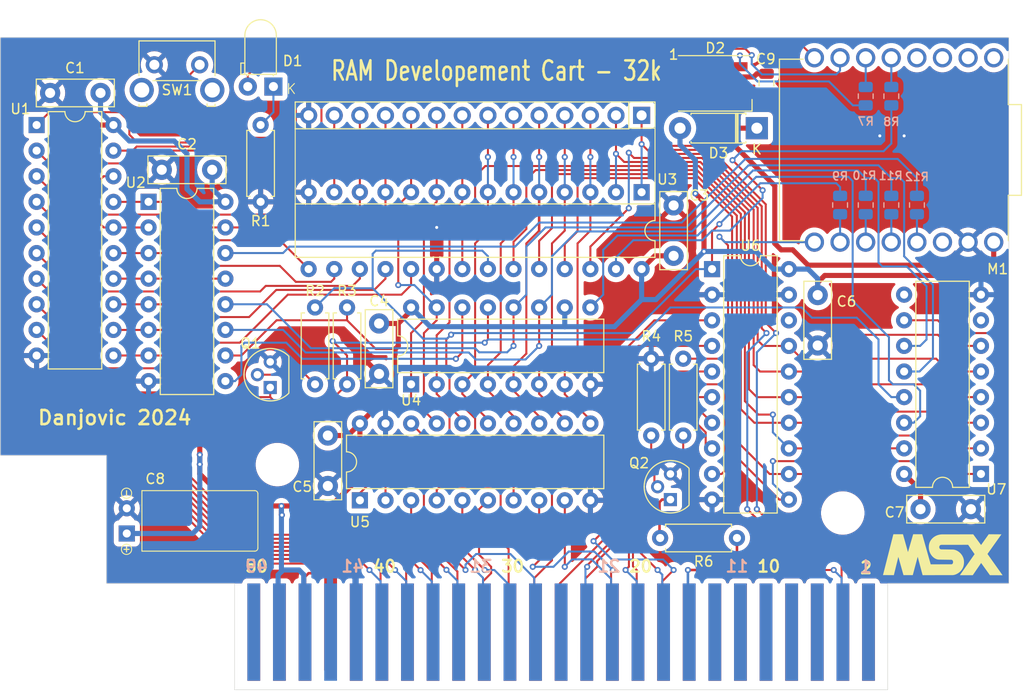
<source format=kicad_pcb>
(kicad_pcb (version 20240108) (generator "pcbnew") (generator_version "8.0")
  (title_block (rev "A"))
  (layers (0 "F.Cu" signal) (31 "B.Cu" signal) (34 "B.Paste" user) (35 "F.Paste" user) (36 "B.SilkS" user "B.Silkscreen") (37 "F.SilkS" user "F.Silkscreen") (38 "B.Mask" user) (39 "F.Mask" user) (44 "Edge.Cuts" user))
  (net 0 "")
  (net 5 "/~{CS12}")
  (net 9 "Net-(CN1-4.~{SLTSL})")
  (net 10 "Net-(CN1-44.SW1)")
  (net 11 "/AA15")
  (net 15 "+5VP")
  (net 23 "/~{WR}")
  (net 24 "Net-(M1-GPIO3)")
  (net 26 "/~{RESET}")
  (net 27 "Net-(U2-QH')")
  (net 28 "Net-(Q1-B)")
  (net 29 "/DISABLE")
  (net 30 "Net-(Q2-B)")
  (net 32 "/RESET")
  (net 33 "/~{EN}")
  (net 34 "/SCK")
  (net 35 "/RCK")
  (net 36 "/SERIN")
  (net 37 "/DD4")
  (net 38 "/AA2")
  (net 39 "/AA10")
  (net 40 "/AA1")
  (net 41 "/AA13")
  (net 42 "/AA0")
  (net 43 "/AA4")
  (net 44 "/AA12")
  (net 45 "/DD7")
  (net 46 "/DD3")
  (net 47 "/AA11")
  (net 48 "/DD1")
  (net 49 "/AA8")
  (net 50 "/AA6")
  (net 51 "/AA9")
  (net 52 "/AA7")
  (net 53 "/AA3")
  (net 54 "/DD0")
  (net 55 "/DD5")
  (net 56 "/AA5")
  (net 57 "/DD6")
  (net 58 "/DD2")
  (net 59 "/A7")
  (net 60 "/A11")
  (net 61 "/A1")
  (net 62 "/A5")
  (net 63 "/A6")
  (net 64 "/A0")
  (net 65 "/A12")
  (net 66 "/A4")
  (net 67 "/A14")
  (net 68 "/A3")
  (net 69 "/A10")
  (net 70 "/A9")
  (net 71 "/A2")
  (net 72 "/A8")
  (net 73 "/A13")
  (net 74 "/D3")
  (net 75 "/D6")
  (net 76 "/D4")
  (net 77 "/D0")
  (net 78 "/D5")
  (net 79 "/D2")
  (net 80 "/D7")
  (net 81 "/D1")
  (net 82 "Net-(M1-GPIO1)")
  (net 83 "/BUTTON")
  (net 84 "Net-(M1-GPIO9)")
  (net 86 "Net-(M1-GPIO10)")
  (net 87 "Net-(M1-GPIO2)")
  (net 90 "+5V")
  (net 91 "GND")
  (net 92 "Net-(D1-K)")
  (net 93 "/LED")
  (net 94 "/RGBLED")
  (net 96 "Net-(M1-GPIO4)")
  (net 99 "Net-(Q2-C)")
  (net 100 "Net-(U4-QH')")
  (footprint "Connector_PinHeader_2.54mm:PinHeader_1x14_P2.54mm_Vertical" (layer "F.Cu") (at 160.02 61.595 -90)
    (property "Reference" "J1" (hide yes))
    (property "Value" "Conn_01x14_Socket")
  )
  (footprint "Package_DIP:DIP-20_W7.62mm" (layer "F.Cu") (at 132.085 99.76875 90)
    (property "Reference" "U5")
    (property "Value" "74AHC541")
  )
  (footprint "MSX-Cart:MSXCART" (layer "F.Cu") (at 152.04 118.5545)
    (property "Reference" "CN1" (hide yes))
    (property "Value" "~" (hide yes))
    (fp_line (start -55.6006 -64.683) (end 44.3994 -64.683) (stroke (width 0.05)) (layer "Edge.Cuts"))
    (fp_line (start -55.6006 -23.241) (end -55.6006 -64.683) (stroke (width 0.05)) (layer "Edge.Cuts"))
    (fp_line (start -45.085 -23.241) (end -55.6006 -23.241) (stroke (width 0.05)) (layer "Edge.Cuts"))
    (fp_line (start -45.085 -23.241) (end -45.085 -10.541) (stroke (width 0.05)) (layer "Edge.Cuts"))
    (fp_line (start -45.085 -10.541) (end -32.385 -10.541) (stroke (width 0.05)) (layer "Edge.Cuts"))
    (fp_line (start -32.385 -10.541) (end -32.385 0) (stroke (width 0.05)) (layer "Edge.Cuts"))
    (fp_line (start -32.385 0) (end 32.385 0) (stroke (width 0.05)) (layer "Edge.Cuts"))
    (fp_line (start 32.385 0) (end 32.385 -10.541) (stroke (width 0.05)) (layer "Edge.Cuts"))
    (fp_line (start 44.3994 -10.541) (end 32.385 -10.541) (stroke (width 0.05)) (layer "Edge.Cuts"))
    (fp_line (start 44.3994 -10.541) (end 44.3994 -64.683) (stroke (width 0.05)) (layer "Edge.Cuts"))
  )
  (footprint "Resistor_THT:R_Axial_DIN0207_L6.3mm_D2.5mm_P7.62mm_Horizontal" (layer "F.Cu") (at 161.857 103.506)
    (property "Reference" "R6")
    (property "Value" "470")
  )
  (footprint "Package_DIP:DIP-16_W7.62mm" (layer "F.Cu") (at 111.125 70.1675)
    (property "Reference" "U2")
    (property "Value" "74HC595")
  )
  (footprint "LED_THT:LED_D3.0mm_Horizontal_O1.27mm_Z6.0mm" (layer "F.Cu") (at 123.5075 58.7375 180)
    (property "Reference" "D1")
    (property "Value" "LED")
  )
  (footprint "Capacitor_THT:C_Disc_D7.5mm_W2.5mm_P5.00mm" (layer "F.Cu") (at 106.3625 59.3725 180)
    (property "Reference" "C1")
    (property "Value" "100n")
  )
  (footprint "Package_DIP:DIP-28_W7.62mm" (layer "F.Cu") (at 160.02 69.215 -90)
    (property "Reference" "U3")
    (property "Value" "HM62256BLP")
  )
  (footprint "Capacitor_THT:C_Disc_D7.5mm_W2.5mm_P5.00mm" (layer "F.Cu") (at 133.985 82.2325 -90)
    (property "Reference" "C4")
    (property "Value" "100n")
  )
  (footprint "Resistor_THT:R_Axial_DIN0207_L6.3mm_D2.5mm_P7.62mm_Horizontal" (layer "F.Cu") (at 122.2375 62.5475 -90)
    (property "Reference" "R1")
    (property "Value" "1k")
  )
  (footprint "Resistor_THT:R_Axial_DIN0207_L6.3mm_D2.5mm_P7.62mm_Horizontal" (layer "F.Cu") (at 127.635 88.265 90)
    (property "Reference" "R2")
    (property "Value" "10K")
  )
  (footprint "Capacitor_THT:C_Disc_D7.5mm_W2.5mm_P5.00mm" (layer "F.Cu") (at 187.6825 100.6475)
    (property "Reference" "C7")
    (property "Value" "100n")
  )
  (footprint "Package_DIP:DIP-20_W7.62mm" (layer "F.Cu") (at 167.005 76.84)
    (property "Reference" "U6")
    (property "Value" "74AHC541")
  )
  (footprint "Package_DIP:DIP-20_W7.62mm" (layer "F.Cu") (at 100.0225 62.5525)
    (property "Reference" "U1")
    (property "Value" "74AHC541")
  )
  (footprint "ESP32-C3_Supermini:MODULE_ESP32-C3_SUPERMINI_Wide" (layer "F.Cu") (at 185.039 65.024 -90)
    (property "Reference" "M1")
    (property "Value" "ESP32-C3_SUPERMINI")
  )
  (footprint "Resistor_THT:R_Axial_DIN0207_L6.3mm_D2.5mm_P7.62mm_Horizontal" (layer "F.Cu") (at 164.1475 85.725 -90)
    (property "Reference" "R5")
    (property "Value" "10K")
  )
  (footprint "Button_Switch_THT:SW_SPST_Omron_B3F-315x_Angled" (layer "F.Cu") (at 111.6965 56.5785)
    (property "Reference" "SW1")
    (property "Value" "SW_Push")
  )
  (footprint "Package_TO_SOT_THT:TO-92" (layer "F.Cu") (at 123.19 88.5825 90)
    (property "Reference" "Q1")
    (property "Value" "BC338")
  )
  (footprint "Diode_THT:D_DO-41_SOD81_P7.62mm_Horizontal" (layer "F.Cu") (at 171.45 62.865 180)
    (property "Reference" "D3")
    (property "Value" "D")
  )
  (footprint "Capacitor_THT:CP_Radial_D5.0mm_P2.50mm" (layer "F.Cu") (at 108.966 101.8105 90)
    (property "Reference" "C8")
    (property "Value" "100u")
  )
  (footprint "Resistor_THT:R_Axial_DIN0207_L6.3mm_D2.5mm_P7.62mm_Horizontal" (layer "F.Cu") (at 160.9725 93.345 90)
    (property "Reference" "R4")
    (property "Value" "10K")
  )
  (footprint "Capacitor_THT:C_Disc_D7.5mm_W2.5mm_P5.00mm" (layer "F.Cu") (at 163.195 75.525 90)
    (property "Reference" "C3")
    (property "Value" "100n")
  )
  (footprint "Package_TO_SOT_THT:TO-92" (layer "F.Cu") (at 162.8775 99.695 90)
    (property "Reference" "Q2")
    (property "Value" "BC338")
  )
  (footprint "LED_SMD:LED_WS2812B_PLCC4_5.0x5.0mm_P3.2mm" (layer "F.Cu") (at 167.3225 58.42)
    (property "Reference" "D2")
    (property "Value" "WS2812B")
  )
  (footprint "Package_DIP:DIP-16_W7.62mm" (layer "F.Cu") (at 193.675 97.155 180)
    (property "Reference" "U7")
    (property "Value" "74HC595")
  )
  (footprint "Capacitor_THT:C_Disc_D7.5mm_W2.5mm_P5.00mm" (layer "F.Cu") (at 128.905 93.345 -90)
    (property "Reference" "C5")
    (property "Value" "100n")
  )
  (footprint "Package_DIP:DIP-16_W7.62mm" (layer "F.Cu") (at 137.16 88.265 90)
    (property "Reference" "U4")
    (property "Value" "74AHCT595")
  )
  (footprint "Capacitor_THT:C_Disc_D7.5mm_W2.5mm_P5.00mm" (layer "F.Cu") (at 117.435 66.9925 180)
    (property "Reference" "C2")
    (property "Value" "100n")
  )
  (footprint "Resistor_THT:R_Axial_DIN0207_L6.3mm_D2.5mm_P7.62mm_Horizontal" (layer "F.Cu") (at 130.81 80.645 -90)
    (property "Reference" "R3")
    (property "Value" "10K")
  )
  (footprint "Capacitor_THT:C_Disc_D7.5mm_W2.5mm_P5.00mm" (layer "F.Cu") (at 177.4825 79.415 -90)
    (property "Reference" "C6")
    (property "Value" "100n")
  )
  (footprint "Capacitor_SMD:C_0805_2012Metric" (layer "F.Cu") (at 172.4025 58.42 -90)
    (property "Reference" "C9")
    (property "Value" "100n")
  )
  (footprint "Resistor_SMD:R_0805_2012Metric" (layer "B.Cu") (at 184.785 70.485 90)
    (property "Reference" "R11")
    (property "Value" "1k")
  )
  (footprint "Resistor_SMD:R_0805_2012Metric" (layer "B.Cu") (at 182.245 70.485 90)
    (property "Reference" "R10")
    (property "Value" "1k")
  )
  (footprint "Resistor_SMD:R_0805_2012Metric" (layer "B.Cu") (at 187.325 70.485 90)
    (property "Reference" "R12")
    (property "Value" "1k")
  )
  (footprint "Resistor_SMD:R_0805_2012Metric" (layer "B.Cu") (at 179.705 70.485 90)
    (property "Reference" "R9")
    (property "Value" "1k")
  )
  (footprint "Resistor_SMD:R_0805_2012Metric" (layer "B.Cu") (at 184.785 59.69 90)
    (property "Reference" "R8")
    (property "Value" "1k")
  )
  (footprint "Resistor_SMD:R_0805_2012Metric" (layer "B.Cu") (at 182.245 59.69 90)
    (property "Reference" "R7")
    (property "Value" "1k")
  )
  (gr_line (start 158.75 62.865) (end 161.29 62.865) (stroke (width 0.1)) (layer "F.SilkS"))
  (gr_line (start 161.35 61.595) (end 161.35 70.375) (stroke (width 0.1)) (layer "F.SilkS"))
  (gr_line (start 158.75 60.265) (end 160.02 60.265) (stroke (width 0.1)) (layer "F.SilkS"))
  (gr_poly (pts (xy 186.436 104.902) (xy 186.950494 103.134012) (xy 187.848519 103.134012) (xy 188.690418 106.118077) (xy 190.744519 106.114202) (xy 190.764139 106.112732) (xy 190.782563 106.108824) (xy 190.799781 106.102642) (xy 190.815782 106.094349) (xy 190.830557 106.084107) (xy 190.844095 106.072079) (xy 190.856385 106.058428) (xy 190.867419 106.043318) (xy 190.877185 106.02691) (xy 190.885673 106.009369) (xy 190.892873 105.990857) (xy 190.898776 105.971536) (xy 190.90337 105.95157) (xy 190.906646 105.931122) (xy 190.908593 105.910355) (xy 190.909202 105.889431) (xy 190.908461 105.868514) (xy 190.906362 105.847766) (xy 190.902893 105.82735) (xy 190.898044 105.80743) (xy 190.891806 105.788168) (xy 190.884168 105.769727) (xy 190.87512 105.75227) (xy 190.864651 105.73596) (xy 190.852752 105.72096) (xy 190.839412 105.707433) (xy 190.824622 105.695542) (xy 190.80837 105.685449) (xy 190.790647 105.677318) (xy 190.771443 105.671311) (xy 190.750747 105.667592) (xy 190.72855 105.666324) (xy 189.532317 105.650355) (xy 189.484095 105.649189) (xy 189.435818 105.644807) (xy 189.387596 105.637278) (xy 189.339537 105.62667) (xy 189.29175 105.613052) (xy 189.244345 105.596494) (xy 189.197431 105.577063) (xy 189.151117 105.554829) (xy 189.105512 105.529861) (xy 189.060725 105.502228) (xy 189.016866 105.471999) (xy 188.974043 105.439242) (xy 188.932366 105.404026) (xy 188.891943 105.366421) (xy 188.852885 105.326495) (xy 188.815299 105.284317) (xy 188.779296 105.239956) (xy 188.744984 105.193481) (xy 188.712473 105.144961) (xy 188.681871 105.094465) (xy 188.653288 105.042062) (xy 188.626833 104.98782) (xy 188.602616 104.931808) (xy 188.580744 104.874096) (xy 188.561327 104.814752) (xy 188.544475 104.753845) (xy 188.530297 104.691444) (xy 188.518901 104.627618) (xy 188.510398 104.562436) (xy 188.504895 104.495967) (xy 188.502503 104.42828) (xy 188.503329 104.359443) (xy 188.505549 104.296231) (xy 188.511128 104.233936) (xy 188.519989 104.172629) (xy 188.532055 104.112382) (xy 188.547249 104.053266) (xy 188.565495 103.995354) (xy 188.586714 103.938716) (xy 188.61083 103.883423) (xy 188.637766 103.829549) (xy 188.667444 103.777163) (xy 188.699788 103.726337) (xy 188.734719 103.677144) (xy 188.772162 103.629654) (xy 188.812039 103.583938) (xy 188.854273 103.54007) (xy 188.898786 103.498119) (xy 188.945503 103.458158) (xy 188.994344 103.420258) (xy 189.045234 103.38449) (xy 189.098096 103.350927) (xy 189.152851 103.319639) (xy 189.209424 103.290698) (xy 189.267736 103.264175) (xy 189.327711 103.240143) (xy 189.389272 103.218672) (xy 189.452341 103.199834) (xy 189.516842 103.183701) (xy 189.582697 103.170344) (xy 189.649829 103.159834) (xy 189.718161 103.152244) (xy 189.787616 103.147644) (xy 189.858117 103.146106) (xy 192.909268 103.143367) (xy 193.685686 104.200417) (xy 194.443395 103.134012) (xy 195.706243 103.143367) (xy 194.321787 105.089088) (xy 195.818496 107.198846) (xy 194.562262 107.194971) (xy 193.691166 105.984374) (xy 192.862496 107.194971) (xy 191.580938 107.193836) (xy 193.04023 105.107797) (xy 192.404129 104.181709) (xy 189.751815 104.185583) (xy 189.725556 104.18713) (xy 189.70105 104.191162) (xy 189.678292 104.197511) (xy 189.657275 104.206009) (xy 189.637995 104.216488) (xy 189.620447 104.228781) (xy 189.604624 104.24272) (xy 189.590521 104.258136) (xy 189.578133 104.274862) (xy 189.567455 104.29273) (xy 189.558481 104.311572) (xy 189.551206 104.331221) (xy 189.545624 104.351509) (xy 189.54173 104.372267) (xy 189.539518 104.393328) (xy 189.538983 104.414524) (xy 189.54012 104.435687) (xy 189.542923 104.45665) (xy 189.547387 104.477244) (xy 189.553506 104.497301) (xy 189.561275 104.516655) (xy 189.570689 104.535136) (xy 189.581742 104.552578) (xy 189.594429 104.568812) (xy 189.608744 104.583671) (xy 189.624681 104.596986) (xy 189.642237 104.60859) (xy 189.661404 104.618314) (xy 189.682178 104.625992) (xy 189.704553 104.631456) (xy 189.728524 104.634536) (xy 189.754085 104.635066) (xy 190.871607 104.65217) (xy 190.916424 104.653879) (xy 190.962211 104.658408) (xy 191.008807 104.665716) (xy 191.056054 104.675765) (xy 191.103789 104.688517) (xy 191.151855 104.703933) (xy 191.200089 104.721973) (xy 191.248332 104.742599) (xy 191.296425 104.765772) (xy 191.344206 104.791452) (xy 191.391516 104.819602) (xy 191.438194 104.850182) (xy 191.484081 104.883154) (xy 191.529016 104.918478) (xy 191.572839 104.956116) (xy 191.61539 104.996028) (xy 191.656509 105.038177) (xy 191.696035 105.082522) (xy 191.733809 105.129026) (xy 191.769671 105.177649) (xy 191.803459 105.228352) (xy 191.835015 105.281097) (xy 191.864178 105.335845) (xy 191.890788 105.392556) (xy 191.914684 105.451192) (xy 191.935707 105.511715) (xy 191.953696 105.574084) (xy 191.968492 105.638262) (xy 191.979934 105.704209) (xy 191.987861 105.771887) (xy 191.992115 105.841256) (xy 191.992534 105.912279) (xy 191.990877 105.994377) (xy 191.984701 106.073651) (xy 191.97423 106.150109) (xy 191.959688 106.223763) (xy 191.941301 106.294622) (xy 191.919293 106.362697) (xy 191.893887 106.427997) (xy 191.865309 106.490532) (xy 191.833782 106.550314) (xy 191.799532 106.607351) (xy 191.762782 106.661654) (xy 191.723758 106.713234) (xy 191.682683 106.762099) (xy 191.639782 106.808261) (xy 191.595279 106.851729) (xy 191.549399 106.892513) (xy 191.502366 106.930625) (xy 191.454405 106.966073) (xy 191.356595 107.029019) (xy 191.257764 107.081433) (xy 191.159708 107.123397) (xy 191.064221 107.15499) (xy 190.973101 107.176293) (xy 190.88814 107.187389) (xy 190.811136 107.188356) (xy 187.885937 107.192231) (xy 187.399506 105.369721) (xy 186.913076 107.188356) (xy 185.989727 107.188356) (xy 185.481848 105.379076) (xy 185.035575 107.191096) (xy 183.957075 107.184482) (xy 184.986063 103.134012) (xy 185.940215 103.134012)) (stroke (width -0.000001)) (fill solid) (layer "F.SilkS"))
  (gr_line (start 125.67 62.925) (end 125.67 70.375) (stroke (width 0.1)) (layer "F.SilkS"))
  (gr_text "Danjovic 2024" (at 100.0125 92.3925 0) (layer "F.SilkS") (effects (font (size 1.397 1.397) (thickness 0.254) (bold yes)) (justify left bottom)))
  (gr_text "K" (at 124.714 59.563 0) (layer "F.SilkS") (effects (font (size 1 1) (thickness 0.1)) (justify left bottom)))
  (gr_text "RAM Developement Cart - 32k" (at 129.0955 58.293 0) (layer "F.SilkS") (effects (font (size 1.905 1.397) (thickness 0.254) (bold yes)) (justify left bottom)))
  (segment (start 128.27 60.325) (end 128.27 63.5) (width 0.2) (layer "F.Cu") (net 5))
  (segment (start 127.0825 64.6875) (end 109.946165 64.6875) (width 0.2) (layer "F.Cu") (net 5))
  (segment (start 166.340744 65.018) (end 162.3 65.018) (width 0.2) (layer "F.Cu") (net 5))
  (segment (start 170.4975 100.6475) (end 176.53 106.68) (width 0.2) (layer "F.Cu") (net 5))
  (segment (start 162.3 65.018) (end 161.544 64.262) (width 0.2) (layer "F.Cu") (net 5))
  (segment (start 128.27 63.5) (end 127.0825 64.6875) (width 0.2) (layer "F.Cu") (net 5))
  (segment (start 128.905 59.69) (end 128.27 60.325) (width 0.2) (layer "F.Cu") (net 5))
  (segment (start 161.544 60.198) (end 161.036 59.69) (width 0.2) (layer "F.Cu") (net 5))
  (segment (start 176.53 106.68) (end 179.07 106.68) (width 0.2) (layer "F.Cu") (net 5))
  (segment (start 109.541165 65.0925) (end 107.6425 65.0925) (width 0.2) (layer "F.Cu") (net 5))
  (segment (start 161.036 59.69) (end 128.905 59.69) (width 0.2) (layer "F.Cu") (net 5))
  (segment (start 109.946165 64.6875) (end 109.541165 65.0925) (width 0.2) (layer "F.Cu") (net 5))
  (segment (start 171.9325 82.715) (end 171.9325 70.609756) (width 0.2) (layer "F.Cu") (net 5))
  (segment (start 161.544 64.262) (end 161.544 60.198) (width 0.2) (layer "F.Cu") (net 5))
  (segment (start 172.4025 83.185) (end 171.9325 82.715) (width 0.2) (layer "F.Cu") (net 5))
  (segment (start 171.9325 70.609756) (end 166.340744 65.018) (width 0.2) (layer "F.Cu") (net 5))
  (via (at 170.4975 100.6475) (size 0.6) (drill 0.3) (layers "F.Cu" "B.Cu") (net 5))
  (via (at 179.07 106.68) (size 0.6) (drill 0.3) (layers "F.Cu" "B.Cu") (net 5))
  (via (at 172.4025 83.185) (size 0.6) (drill 0.3) (layers "F.Cu" "B.Cu") (net 5))
  (segment (start 179.853 107.463) (end 179.07 106.68) (width 0.2) (layer "B.Cu") (net 5))
  (segment (start 170.4975 85.09) (end 172.4025 83.185) (width 0.2) (layer "B.Cu") (net 5))
  (segment (start 179.853 111.4425) (end 179.853 107.463) (width 0.2) (layer "B.Cu") (net 5))
  (segment (start 170.4975 100.6475) (end 170.4975 85.09) (width 0.2) (layer "B.Cu") (net 5))
  (segment (start 125.73 63.5) (end 124.9425 64.2875) (width 0.2) (layer "F.Cu") (net 9))
  (segment (start 109.22 62.23) (end 108.2675 61.2775) (width 0.2) (layer "F.Cu") (net 9))
  (segment (start 162.052 64.135) (end 162.052 59.944) (width 0.2) (layer "F.Cu") (net 9))
  (segment (start 173.355 83.185) (end 172.3325 82.1625) (width 0.2) (layer "F.Cu") (net 9))
  (segment (start 162.052 59.944) (end 161.163 59.055) (width 0.2) (layer "F.Cu") (net 9))
  (segment (start 172.3325 70.415) (end 166.5355 64.618) (width 0.2) (layer "F.Cu") (net 9))
  (segment (start 109.22 63.5) (end 109.22 62.23) (width 0.2) (layer "F.Cu") (net 9))
  (segment (start 101.2975 61.2775) (end 100.0225 62.5525) (width 0.2) (layer "F.Cu") (net 9))
  (segment (start 179.3875 105.7275) (end 176.53 105.7275) (width 0.2) (layer "F.Cu") (net 9))
  (segment (start 108.2675 61.2775) (end 101.2975 61.2775) (width 0.2) (layer "F.Cu") (net 9))
  (segment (start 176.53 105.7275) (end 171.45 100.6475) (width 0.2) (layer "F.Cu") (net 9))
  (segment (start 162.535 64.618) (end 162.052 64.135) (width 0.2) (layer "F.Cu") (net 9))
  (segment (start 124.9425 64.2875) (end 110.0075 64.2875) (width 0.2) (layer "F.Cu") (net 9))
  (segment (start 161.163 59.055) (end 127 59.055) (width 0.2) (layer "F.Cu") (net 9))
  (segment (start 166.5355 64.618) (end 162.535 64.618) (width 0.2) (layer "F.Cu") (net 9))
  (segment (start 110.0075 64.2875) (end 109.22 63.5) (width 0.2) (layer "F.Cu") (net 9))
  (segment (start 172.3325 82.1625) (end 172.3325 70.415) (width 0.2) (layer "F.Cu") (net 9))
  (segment (start 127 59.055) (end 125.73 60.325) (width 0.2) (layer "F.Cu") (net 9))
  (segment (start 179.853 106.193) (end 179.3875 105.7275) (width 0.2) (layer "F.Cu") (net 9))
  (segment (start 179.853 111.4425) (end 179.853 106.193) (width 0.2) (layer "F.Cu") (net 9))
  (segment (start 125.73 60.325) (end 125.73 63.5) (width 0.2) (layer "F.Cu") (net 9))
  (via (at 173.355 83.185) (size 0.6) (drill 0.3) (layers "F.Cu" "B.Cu") (net 9))
  (via (at 171.45 100.6475) (size 0.6) (drill 0.3) (layers "F.Cu" "B.Cu") (net 9))
  (segment (start 171.45 85.09) (end 173.355 83.185) (width 0.2) (layer "B.Cu") (net 9))
  (segment (start 171.45 100.6475) (end 171.45 85.09) (width 0.2) (layer "B.Cu") (net 9))
  (segment (start 127 106.9975) (end 126.6406 107.3569) (width 0.254) (layer "F.Cu") (net 10))
  (segment (start 128.5875 106.9975) (end 127 106.9975) (width 0.254) (layer "F.Cu") (net 10))
  (segment (start 129.1806 111.8235) (end 129.1806 107.5906) (width 0.254) (layer "F.Cu") (net 10))
  (segment (start 129.1806 107.5906) (end 128.5875 106.9975) (width 0.254) (layer "F.Cu") (net 10))
  (segment (start 126.6406 107.3569) (end 126.6406 112.8395) (width 0.254) (layer "F.Cu") (net 10))
  (segment (start 162.073 107.802) (end 162.073 111.4425) (width 0.2) (layer "F.Cu") (net 11))
  (segment (start 155.253972 103.818972) (end 157.1625 101.910444) (width 0.2) (layer "F.Cu") (net 11))
  (segment (start 163.195 106.68) (end 162.073 107.802) (width 0.2) (layer "F.Cu") (net 11))
  (segment (start 157.1625 86.0425) (end 161.285 81.92) (width 0.2) (layer "F.Cu") (net 11))
  (segment (start 161.285 81.92) (end 167.005 81.92) (width 0.2) (layer "F.Cu") (net 11))
  (segment (start 157.1625 101.910444) (end 157.1625 86.0425) (width 0.2) (layer "F.Cu") (net 11))
  (via (at 163.195 106.68) (size 0.6) (drill 0.3) (layers "F.Cu" "B.Cu") (net 11))
  (via (at 155.253972 103.818972) (size 0.6) (drill 0.3) (layers "F.Cu" "B.Cu") (net 11))
  (segment (start 163.195 106.68) (end 162.1536 105.6386) (width 0.2) (layer "B.Cu") (net 11))
  (segment (start 162.1536 105.6386) (end 157.0736 105.6386) (width 0.2) (layer "B.Cu") (net 11))
  (segment (start 157.0736 105.6386) (end 155.253972 103.818972) (width 0.2) (layer "B.Cu") (net 11))
  (segment (start 168.783 64.135) (end 173.228 68.58) (width 0.508) (layer "F.Cu") (net 15))
  (segment (start 167.64 57.785) (end 167.64 61.722) (width 0.508) (layer "F.Cu") (net 15))
  (segment (start 168.783 62.865) (end 168.783 64.135) (width 0.508) (layer "F.Cu") (net 15))
  (segment (start 173.863 74.93) (end 175.006 74.93) (width 0.508) (layer "F.Cu") (net 15))
  (segment (start 167.64 61.722) (end 168.783 62.865) (width 0.508) (layer "F.Cu") (net 15))
  (segment (start 194.939 75.952) (end 194.939 74.168) (width 0.508) (layer "F.Cu") (net 15))
  (segment (start 171.4475 57.47) (end 172.4025 57.47) (width 0.508) (layer "F.Cu") (net 15))
  (segment (start 176.53 76.454) (end 194.437 76.454) (width 0.508) (layer "F.Cu") (net 15))
  (segment (start 194.437 76.454) (end 194.939 75.952) (width 0.508) (layer "F.Cu") (net 15))
  (segment (start 171.45 62.865) (end 168.783 62.865) (width 0.508) (layer "F.Cu") (net 15))
  (segment (start 175.006 74.93) (end 176.53 76.454) (width 0.508) (layer "F.Cu") (net 15))
  (segment (start 166.625 56.77) (end 167.64 57.785) (width 0.508) (layer "F.Cu") (net 15))
  (segment (start 164.8725 56.77) (end 166.625 56.77) (width 0.508) (layer "F.Cu") (net 15))
  (segment (start 171.1325 57.785) (end 171.4475 57.47) (width 0.508) (layer "F.Cu") (net 15))
  (segment (start 173.228 74.295) (end 173.863 74.93) (width 0.508) (layer "F.Cu") (net 15))
  (segment (start 173.228 68.58) (end 173.228 74.295) (width 0.508) (layer "F.Cu") (net 15))
  (segment (start 167.64 57.785) (end 171.1325 57.785) (width 0.508) (layer "F.Cu") (net 15))
  (segment (start 172.0215 69.0245) (end 169.037 66.04) (width 0.2) (layer "F.Cu") (net 23))
  (via (at 172.0215 69.0245) (size 0.6) (drill 0.3) (layers "F.Cu" "B.Cu") (net 23))
  (via (at 169.037 66.04) (size 0.6) (drill 0.3) (layers "F.Cu" "B.Cu") (net 23))
  (segment (start 167.005 73.025) (end 166.0525 73.9775) (width 0.2) (layer "B.Cu") (net 23))
  (segment (start 168.783 73.025) (end 167.005 73.025) (width 0.2) (layer "B.Cu") (net 23))
  (segment (start 166.0525 73.9775) (end 159.1945 73.9775) (width 0.2) (layer "B.Cu") (net 23))
  (segment (start 184.785 64.389) (end 184.785 60.6025) (width 0.2) (layer "B.Cu") (net 23))
  (segment (start 184.023 65.151) (end 184.785 64.389) (width 0.2) (layer "B.Cu") (net 23))
  (segment (start 169.037 66.04) (end 169.926 65.151) (width 0.2) (layer "B.Cu") (net 23))
  (segment (start 157.48 75.692) (end 157.48 76.835) (width 0.2) (layer "B.Cu") (net 23))
  (segment (start 172.0215 69.7865) (end 168.783 73.025) (width 0.2) (layer "B.Cu") (net 23))
  (segment (start 169.926 65.151) (end 184.023 65.151) (width 0.2) (layer "B.Cu") (net 23))
  (segment (start 172.0215 69.0245) (end 172.0215 69.7865) (width 0.2) (layer "B.Cu") (net 23))
  (segment (start 159.1945 73.9775) (end 157.48 75.692) (width 0.2) (layer "B.Cu") (net 23))
  (segment (start 184.785 74.162) (end 184.779 74.168) (width 0.2) (layer "B.Cu") (net 24))
  (segment (start 184.785 71.3975) (end 184.785 74.162) (width 0.2) (layer "B.Cu") (net 24))
  (segment (start 168.656 106.68) (end 169.477 105.859) (width 0.254) (layer "F.Cu") (net 26))
  (segment (start 164.613 106.68) (end 168.656 106.68) (width 0.254) (layer "F.Cu") (net 26))
  (segment (start 169.477 105.859) (end 169.477 103.506) (width 0.254) (layer "F.Cu") (net 26))
  (via (at 164.613 106.68) (size 0.6) (drill 0.3) (layers "F.Cu" "B.Cu") (net 26))
  (segment (start 164.613 106.68) (end 164.613 111.4425) (width 0.254) (layer "B.Cu") (net 26))
  (segment (start 142.24 85.1025) (end 141.605 85.7375) (width 0.2) (layer "F.Cu") (net 27))
  (segment (start 142.24 80.645) (end 142.24 85.1025) (width 0.2) (layer "F.Cu") (net 27))
  (via (at 141.605 85.7375) (size 0.6) (drill 0.3) (layers "F.Cu" "B.Cu") (net 27))
  (segment (start 119.6975 87.9475) (end 120.3325 87.3125) (width 0.2) (layer "B.Cu") (net 27))
  (segment (start 118.745 87.9475) (end 119.6975 87.9475) (width 0.2) (layer "B.Cu") (net 27))
  (segment (start 124.7775 84.1375) (end 126.3775 85.7375) (width 0.2) (layer "B.Cu") (net 27))
  (segment (start 120.65 84.1375) (end 124.7775 84.1375) (width 0.2) (layer "B.Cu") (net 27))
  (segment (start 120.3325 84.455) (end 120.65 84.1375) (width 0.2) (layer "B.Cu") (net 27))
  (segment (start 120.3325 87.3125) (end 120.3325 84.455) (width 0.2) (layer "B.Cu") (net 27))
  (segment (start 126.3775 85.7375) (end 141.605 85.7375) (width 0.2) (layer "B.Cu") (net 27))
  (segment (start 121.92 87.3125) (end 126.6825 87.3125) (width 0.2) (layer "F.Cu") (net 28))
  (segment (start 126.6825 87.3125) (end 127.635 88.265) (width 0.2) (layer "F.Cu") (net 28))
  (segment (start 106.3625 86.6775) (end 114.6175 86.6775) (width 0.2) (layer "F.Cu") (net 29))
  (segment (start 114.6175 86.6775) (end 117.475 89.535) (width 0.2) (layer "F.Cu") (net 29))
  (segment (start 123.19 89.535) (end 123.698 90.043) (width 0.2) (layer "F.Cu") (net 29))
  (segment (start 117.475 89.535) (end 123.19 89.535) (width 0.2) (layer "F.Cu") (net 29))
  (segment (start 106.68 79.0575) (end 105.7275 80.01) (width 0.2) (layer "F.Cu") (net 29))
  (segment (start 129.032 90.043) (end 130.81 88.265) (width 0.2) (layer "F.Cu") (net 29))
  (segment (start 114.3 79.0575) (end 106.68 79.0575) (width 0.2) (layer "F.Cu") (net 29))
  (segment (start 129.38125 83.97875) (end 130.81 85.4075) (width 0.2) (layer "F.Cu") (net 29))
  (segment (start 123.19 89.535) (end 123.19 88.5825) (width 0.2) (layer "F.Cu") (net 29))
  (segment (start 118.745 77.7875) (end 115.57 77.7875) (width 0.2) (layer "F.Cu") (net 29))
  (segment (start 130.81 85.4075) (end 130.81 88.265) (width 0.2) (layer "F.Cu") (net 29))
  (segment (start 105.7275 86.0425) (end 106.3625 86.6775) (width 0.2) (layer "F.Cu") (net 29))
  (segment (start 144.78 83.82) (end 144.4625 84.1375) (width 0.2) (layer "F.Cu") (net 29))
  (segment (start 115.57 77.7875) (end 114.3 79.0575) (width 0.2) (layer "F.Cu") (net 29))
  (segment (start 144.78 80.645) (end 144.78 83.82) (width 0.2) (layer "F.Cu") (net 29))
  (segment (start 123.698 90.043) (end 129.032 90.043) (width 0.2) (layer "F.Cu") (net 29))
  (segment (start 105.7275 80.01) (end 105.7275 86.0425) (width 0.2) (layer "F.Cu") (net 29))
  (via (at 144.4625 84.1375) (size 0.6) (drill 0.3) (layers "F.Cu" "B.Cu") (net 29))
  (via (at 129.38125 83.97875) (size 0.6) (drill 0.3) (layers "F.Cu" "B.Cu") (net 29))
  (segment (start 183.515 88.265) (end 183.515 83.82) (width 0.2) (layer "B.Cu") (net 29))
  (segment (start 129.38125 83.97875) (end 129.540013 84.137513) (width 0.2) (layer "B.Cu") (net 29))
  (segment (start 144.779997 83.820003) (end 144.4625 84.1375) (width 0.2) (layer "B.Cu") (net 29))
  (segment (start 162.8775 80.645) (end 159.702497 83.820003) (width 0.2) (layer "B.Cu") (net 29))
  (segment (start 144.462487 84.137513) (end 144.4625 84.1375) (width 0.2) (layer "B.Cu") (net 29))
  (segment (start 183.515 83.82) (end 181.356 81.661) (width 0.2) (layer "B.Cu") (net 29))
  (segment (start 184.785 89.535) (end 183.515 88.265) (width 0.2) (layer "B.Cu") (net 29))
  (segment (start 129.540013 84.137513) (end 144.462487 84.137513) (width 0.2) (layer "B.Cu") (net 29))
  (segment (start 175.895 80.645) (end 162.8775 80.645) (width 0.2) (layer "B.Cu") (net 29))
  (segment (start 159.702497 83.820003) (end 144.779997 83.820003) (width 0.2) (layer "B.Cu") (net 29))
  (segment (start 181.356 81.661) (end 176.911 81.661) (width 0.2) (layer "B.Cu") (net 29))
  (segment (start 176.911 81.661) (end 175.895 80.645) (width 0.2) (layer "B.Cu") (net 29))
  (segment (start 186.055 89.535) (end 184.785 89.535) (width 0.2) (layer "B.Cu") (net 29))
  (segment (start 161.6075 98.425) (end 161.29 98.1075) (width 0.2) (layer "F.Cu") (net 30))
  (segment (start 161.29 95.25) (end 160.9725 94.9325) (width 0.2) (layer "F.Cu") (net 30))
  (segment (start 164.1475 94.9325) (end 163.83 95.25) (width 0.2) (layer "F.Cu") (net 30))
  (segment (start 161.29 98.1075) (end 161.29 95.25) (width 0.2) (layer "F.Cu") (net 30))
  (segment (start 164.1475 93.345) (end 164.1475 94.9325) (width 0.2) (layer "F.Cu") (net 30))
  (segment (start 163.83 95.25) (end 161.29 95.25) (width 0.2) (layer "F.Cu") (net 30))
  (segment (start 160.9725 94.9325) (end 160.9725 93.345) (width 0.2) (layer "F.Cu") (net 30))
  (segment (start 168.5925 74.48662) (end 167.74038 73.6345) (width 0.2) (layer "F.Cu") (net 32))
  (segment (start 168.5925 85.09) (end 168.5925 74.48662) (width 0.2) (layer "F.Cu") (net 32))
  (segment (start 164.1475 85.725) (end 167.9575 85.725) (width 0.2) (layer "F.Cu") (net 32))
  (segment (start 167.9575 85.725) (end 168.5925 85.09) (width 0.2) (layer "F.Cu") (net 32))
  (via (at 167.74038 73.6345) (size 0.6) (drill 0.3) (layers "F.Cu" "B.Cu") (net 32))
  (segment (start 168.27388 74.168) (end 167.74038 73.6345) (width 0.2) (layer "B.Cu") (net 32))
  (segment (start 177.165 74.168) (end 168.27388 74.168) (width 0.2) (layer "B.Cu") (net 32))
  (segment (start 167.73525 72.3805) (end 167.005 73.11075) (width 0.2) (layer "F.Cu") (net 33))
  (segment (start 140.969992 89.109049) (end 140.969992 86.677492) (width 0.2) (layer "F.Cu") (net 33))
  (segment (start 140.6525 86.36) (end 140.6525 83.82) (width 0.2) (layer "F.Cu") (net 33))
  (segment (start 167.005 73.11075) (end 167.005 76.84) (width 0.2) (layer "F.Cu") (net 33))
  (segment (start 142.875 96.52) (end 143.51 95.885) (width 0.2) (layer "F.Cu") (net 33))
  (segment (start 134.62 96.52) (end 142.875 96.52) (width 0.2) (layer "F.Cu") (net 33))
  (segment (start 140.6525 83.82) (end 141.128748 83.343752) (width 0.2) (layer "F.Cu") (net 33))
  (segment (start 140.969992 86.677492) (end 140.6525 86.36) (width 0.2) (layer "F.Cu") (net 33))
  (segment (start 132.085 99.76875) (end 132.085 99.055) (width 0.2) (layer "F.Cu") (net 33))
  (segment (start 143.51 95.885) (end 143.51 91.649057) (width 0.2) (layer "F.Cu") (net 33))
  (segment (start 132.085 99.055) (end 134.62 96.52) (width 0.2) (layer "F.Cu") (net 33))
  (segment (start 143.51 91.649057) (end 140.969992 89.109049) (width 0.2) (layer "F.Cu") (net 33))
  (via (at 141.128748 83.343752) (size 0.6) (drill 0.3) (layers "F.Cu" "B.Cu") (net 33))
  (via (at 167.73525 72.3805) (size 0.6) (drill 0.3) (layers "F.Cu" "B.Cu") (net 33))
  (segment (start 133.35 78.74) (end 129.54 78.74) (width 0.2) (layer "B.Cu") (net 33))
  (segment (start 179.324 68.326) (end 179.705 68.707) (width 0.2) (layer "B.Cu") (net 33))
  (segment (start 138.3475 83.7375) (end 138.43 83.7375) (width 0.2) (layer "B.Cu") (net 33))
  (segment (start 179.705 68.707) (end 179.705 69.5725) (width 0.2) (layer "B.Cu") (net 33))
  (segment (start 140.735 83.7375) (end 141.128748 83.343752) (width 0.2) (layer "B.Cu") (net 33))
  (segment (start 144.78 75.565) (end 144.2275 75.0125) (width 0.2) (layer "B.Cu") (net 33))
  (segment (start 133.35 78.74) (end 138.3475 83.7375) (width 0.2) (layer "B.Cu") (net 33))
  (segment (start 133.35 78.74) (end 133.35 75.33) (width 0.2) (layer "B.Cu") (net 33))
  (segment (start 144.78 76.835) (end 144.78 75.565) (width 0.2) (layer "B.Cu") (net 33))
  (segment (start 159.0675 83.185) (end 141.2875 83.185) (width 0.2) (layer "B.Cu") (net 33))
  (segment (start 167.73525 72.3805) (end 171.78975 68.326) (width 0.2) (layer "B.Cu") (net 33))
  (segment (start 171.78975 68.326) (end 179.324 68.326) (width 0.2) (layer "B.Cu") (net 33))
  (segment (start 133.35 75.33) (end 133.6675 75.0125) (width 0.2) (layer "B.Cu") (net 33))
  (segment (start 165.4125 76.84) (end 159.0675 83.185) (width 0.2) (layer "B.Cu") (net 33))
  (segment (start 144.2275 75.0125) (end 133.6675 75.0125) (width 0.2) (layer "B.Cu") (net 33))
  (segment (start 141.2875 83.185) (end 141.128748 83.343752) (width 0.2) (layer "B.Cu") (net 33))
  (segment (start 167.005 76.84) (end 165.4125 76.84) (width 0.2) (layer "B.Cu") (net 33))
  (segment (start 138.43 83.7375) (end 140.735 83.7375) (width 0.2) (layer "B.Cu") (net 33))
  (segment (start 129.54 78.74) (end 127.635 80.645) (width 0.2) (layer "B.Cu") (net 33))
  (segment (start 149.86 80.645) (end 149.86 84.455) (width 0.2) (layer "F.Cu") (net 34))
  (via (at 149.86 84.455) (size 0.6) (drill 0.3) (layers "F.Cu" "B.Cu") (net 34))
  (segment (start 153.5875 73.1075) (end 165.0175 73.1075) (width 0.2) (layer "B.Cu") (net 34))
  (segment (start 151.13 75.565) (end 153.5875 73.1075) (width 0.2) (layer "B.Cu") (net 34))
  (segment (start 182.245 67.818) (end 182.245 69.5725) (width 0.2) (layer "B.Cu") (net 34))
  (segment (start 118.745 82.8675) (end 124.46 82.8675) (width 0.2) (layer "B.Cu") (net 34))
  (segment (start 181.483 67.056) (end 182.245 67.818) (width 0.2) (layer "B.Cu") (net 34))
  (segment (start 183.896 76.581) (end 186.309 76.581) (width 0.2) (layer "B.Cu") (net 34))
  (segment (start 187.6425 84.455) (end 186.055 84.455) (width 0.2) (layer "B.Cu") (net 34))
  (segment (start 124.46 82.8675) (end 126.701498 85.108998) (width 0.2) (layer "B.Cu") (net 34))
  (segment (start 149.86 80.645) (end 151.13 79.375) (width 0.2) (layer "B.Cu") (net 34))
  (segment (start 188.2775 78.5495) (end 188.2775 83.82) (width 0.2) (layer "B.Cu") (net 34))
  (segment (start 186.309 76.581) (end 188.2775 78.5495) (width 0.2) (layer "B.Cu") (net 34))
  (segment (start 183.134 67.818) (end 183.515 68.199) (width 0.2) (layer "B.Cu") (net 34))
  (segment (start 126.701498 85.108998) (end 142.875 85.108998) (width 0.2) (layer "B.Cu") (net 34))
  (segment (start 183.515 68.199) (end 183.515 76.2) (width 0.2) (layer "B.Cu") (net 34))
  (segment (start 151.13 79.375) (end 151.13 75.565) (width 0.2) (layer "B.Cu") (net 34))
  (segment (start 165.0175 73.1075) (end 171.069 67.056) (width 0.2) (layer "B.Cu") (net 34))
  (segment (start 142.875 85.108998) (end 143.573502 85.8075) (width 0.2) (layer "B.Cu") (net 34))
  (segment (start 148.5075 85.8075) (end 149.86 84.455) (width 0.2) (layer "B.Cu") (net 34))
  (segment (start 188.2775 83.82) (end 187.6425 84.455) (width 0.2) (layer "B.Cu") (net 34))
  (segment (start 183.515 76.2) (end 183.896 76.581) (width 0.2) (layer "B.Cu") (net 34))
  (segment (start 182.245 67.818) (end 183.134 67.818) (width 0.2) (layer "B.Cu") (net 34))
  (segment (start 143.573502 85.8075) (end 148.5075 85.8075) (width 0.2) (layer "B.Cu") (net 34))
  (segment (start 171.069 67.056) (end 181.483 67.056) (width 0.2) (layer "B.Cu") (net 34))
  (segment (start 147.32 80.645) (end 147.32 84.455) (width 0.2) (layer "F.Cu") (net 35))
  (via (at 147.32 84.455) (size 0.6) (drill 0.3) (layers "F.Cu" "B.Cu") (net 35))
  (segment (start 186.055 68.199) (end 186.055 75.565) (width 0.2) (layer "B.Cu") (net 35))
  (segment (start 148.59 74.6125) (end 148.59 79.375) (width 0.2) (layer "B.Cu") (net 35))
  (segment (start 143.51 84.683499) (end 143.916501 85.09) (width 0.2) (layer "B.Cu") (net 35))
  (segment (start 170.6245 66.548) (end 164.465 72.7075) (width 0.2) (layer "B.Cu") (net 35))
  (segment (start 188.9125 78.4225) (end 188.9125 85.6615) (width 0.2) (layer "B.Cu") (net 35))
  (segment (start 184.785 69.5725) (end 184.785 67.818) (width 0.2) (layer "B.Cu") (net 35))
  (segment (start 185.674 67.818) (end 186.055 68.199) (width 0.2) (layer "B.Cu") (net 35))
  (segment (start 188.9125 85.6615) (end 187.579 86.995) (width 0.2) (layer "B.Cu") (net 35))
  (segment (start 183.515 66.548) (end 170.6245 66.548) (width 0.2) (layer "B.Cu") (net 35))
  (segment (start 148.59 79.375) (end 147.32 80.645) (width 0.2) (layer "B.Cu") (net 35))
  (segment (start 118.745 80.3275) (end 122.8725 80.3275) (width 0.2) (layer "B.Cu") (net 35))
  (segment (start 184.785 67.818) (end 183.515 66.548) (width 0.2) (layer "B.Cu") (net 35))
  (segment (start 122.8725 80.3275) (end 127.228499 84.683499) (width 0.2) (layer "B.Cu") (net 35))
  (segment (start 184.785 67.818) (end 185.674 67.818) (width 0.2) (layer "B.Cu") (net 35))
  (segment (start 186.055 75.565) (end 188.9125 78.4225) (width 0.2) (layer "B.Cu") (net 35))
  (segment (start 164.465 72.7075) (end 150.495 72.7075) (width 0.2) (layer "B.Cu") (net 35))
  (segment (start 187.579 86.995) (end 186.055 86.995) (width 0.2) (layer "B.Cu") (net 35))
  (segment (start 150.495 72.7075) (end 148.59 74.6125) (width 0.2) (layer "B.Cu") (net 35))
  (segment (start 143.916501 85.09) (end 146.685 85.09) (width 0.2) (layer "B.Cu") (net 35))
  (segment (start 146.685 85.09) (end 147.32 84.455) (width 0.2) (layer "B.Cu") (net 35))
  (segment (start 127.228499 84.683499) (end 143.51 84.683499) (width 0.2) (layer "B.Cu") (net 35))
  (segment (start 187.325 69.5725) (end 187.325 67.818) (width 0.2) (layer "B.Cu") (net 36))
  (segment (start 187.325 67.818) (end 185.42 65.913) (width 0.2) (layer "B.Cu") (net 36))
  (segment (start 185.42 65.913) (end 170.307 65.913) (width 0.2) (layer "B.Cu") (net 36))
  (segment (start 163.995 72.225) (end 149.86 72.225) (width 0.2) (layer "B.Cu") (net 36))
  (segment (start 170.307 65.913) (end 163.995 72.225) (width 0.2) (layer "B.Cu") (net 36))
  (segment (start 147.4725 74.6125) (end 125.095 74.6125) (width 0.2) (layer "B.Cu") (net 36))
  (segment (start 125.095 74.6125) (end 124.46 75.2475) (width 0.2) (layer "B.Cu") (net 36))
  (segment (start 124.46 75.2475) (end 118.745 75.2475) (width 0.2) (layer "B.Cu") (net 36))
  (segment (start 149.86 72.225) (end 147.4725 74.6125) (width 0.2) (layer "B.Cu") (net 36))
  (segment (start 102.8 89.465) (end 104.845 91.51) (width 0.2) (layer "F.Cu") (net 37))
  (segment (start 113.4175 98.038872) (end 120.166128 104.7875) (width 0.2) (layer "F.Cu") (net 37))
  (segment (start 113.4175 92.78) (end 113.4175 98.038872) (width 0.2) (layer "F.Cu") (net 37))
  (segment (start 134.95 104.7875) (end 136.673 106.5105) (width 0.2) (layer "F.Cu") (net 37))
  (segment (start 112.1475 91.51) (end 113.4175 92.78) (width 0.2) (layer "F.Cu") (net 37))
  (segment (start 136.673 106.5105) (end 136.673 111.4425) (width 0.2) (layer "F.Cu") (net 37))
  (segment (start 104.845 91.51) (end 112.1475 91.51) (width 0.2) (layer "F.Cu") (net 37))
  (segment (start 100.0225 75.2525) (end 102.8 78.03) (width 0.2) (layer "F.Cu") (net 37))
  (segment (start 102.8 78.03) (end 102.8 89.465) (width 0.2) (layer "F.Cu") (net 37))
  (segment (start 120.166128 104.7875) (end 134.95 104.7875) (width 0.2) (layer "F.Cu") (net 37))
  (segment (start 146.04125 99.05125) (end 146.04125 103.81375) (width 0.2) (layer "F.Cu") (net 38))
  (segment (start 140.0175 98.425) (end 145.415 98.425) (width 0.2) (layer "F.Cu") (net 38))
  (segment (start 146.833 104.6055) (end 146.833 111.4425) (width 0.2) (layer "F.Cu") (net 38))
  (segment (start 145.415 98.425) (end 146.04125 99.05125) (width 0.2) (layer "F.Cu") (net 38))
  (segment (start 139.705 98.7375) (end 140.0175 98.425) (width 0.2) (layer "F.Cu") (net 38))
  (segment (start 139.705 99.76875) (end 139.705 98.7375) (width 0.2) (layer "F.Cu") (net 38))
  (segment (start 146.04125 103.81375) (end 146.833 104.6055) (width 0.2) (layer "F.Cu") (net 38))
  (segment (start 159.1625 91.9165) (end 159.1625 106.3095) (width 0.2) (layer "F.Cu") (net 39))
  (segment (start 160.5915 90.4875) (end 159.1625 91.9165) (width 0.2) (layer "F.Cu") (net 39))
  (segment (start 165.4125 90.4875) (end 160.5915 90.4875) (width 0.2) (layer "F.Cu") (net 39))
  (segment (start 159.533 106.68) (end 159.533 111.4425) (width 0.2) (layer "F.Cu") (net 39))
  (segment (start 159.1625 106.3095) (end 159.533 106.68) (width 0.2) (layer "F.Cu") (net 39))
  (segment (start 167.005 92.08) (end 165.4125 90.4875) (width 0.2) (layer "F.Cu") (net 39))
  (segment (start 142.5575 106.68) (end 137.165 101.2875) (width 0.2) (layer "F.Cu") (net 40))
  (segment (start 137.165 101.2875) (end 137.165 99.76875) (width 0.2) (layer "F.Cu") (net 40))
  (via (at 142.5575 106.68) (size 0.6) (drill 0.3) (layers "F.Cu" "B.Cu") (net 40))
  (segment (start 149.373 107.463) (end 149.373 111.4425) (width 0.2) (layer "B.Cu") (net 40))
  (segment (start 143.613971 105.0925) (end 147.0025 105.0925) (width 0.2) (layer "B.Cu") (net 40))
  (segment (start 142.5575 106.148971) (end 143.613971 105.0925) (width 0.2) (layer "B.Cu") (net 40))
  (segment (start 147.0025 105.0925) (end 149.373 107.463) (width 0.2) (layer "B.Cu") (net 40))
  (segment (start 142.5575 106.68) (end 142.5575 106.148971) (width 0.2) (layer "B.Cu") (net 40))
  (segment (start 157.5625 86.595) (end 159.7025 84.455) (width 0.2) (layer "F.Cu") (net 41))
  (segment (start 151.913 111.4425) (end 151.913 108.008474) (width 0.2) (layer "F.Cu") (net 41))
  (segment (start 159.7025 84.455) (end 166.570907 84.455) (width 0.2) (layer "F.Cu") (net 41))
  (segment (start 157.5625 102.358974) (end 157.5625 86.595) (width 0.2) (layer "F.Cu") (net 41))
  (segment (start 151.913 108.008474) (end 157.5625 102.358974) (width 0.2) (layer "F.Cu") (net 41))
  (segment (start 149.373 107.4845) (end 149.373 111.4425) (width 0.2) (layer "F.Cu") (net 42))
  (segment (start 134.625 97.85875) (end 135.32875 97.155) (width 0.2) (layer "F.Cu") (net 42))
  (segment (start 151.13 105.7275) (end 149.373 107.4845) (width 0.2) (layer "F.Cu") (net 42))
  (segment (start 135.32875 97.155) (end 150.1775 97.155) (width 0.2) (layer "F.Cu") (net 42))
  (segment (start 150.1775 97.155) (end 151.13 98.1075) (width 0.2) (layer "F.Cu") (net 42))
  (segment (start 134.625 99.76875) (end 134.625 97.85875) (width 0.2) (layer "F.Cu") (net 42))
  (segment (start 151.13 98.1075) (end 151.13 105.7275) (width 0.2) (layer "F.Cu") (net 42))
  (segment (start 143.90125 105.16625) (end 143.90125 100.6525) (width 0.2) (layer "F.Cu") (net 43))
  (segment (start 144.293 111.4425) (end 144.293 107.802) (width 0.2) (layer "F.Cu") (net 43))
  (segment (start 143.90125 100.6525) (end 144.785 99.76875) (width 0.2) (layer "F.Cu") (net 43))
  (segment (start 144.293 107.802) (end 145.0975 106.9975) (width 0.2) (layer "F.Cu") (net 43))
  (segment (start 145.0975 106.9975) (end 145.0975 106.3625) (width 0.2) (layer "F.Cu") (net 43))
  (segment (start 145.0975 106.3625) (end 143.90125 105.16625) (width 0.2) (layer "F.Cu") (net 43))
  (segment (start 154.6225 106.223856) (end 157.9625 102.883856) (width 0.2) (layer "F.Cu") (net 44))
  (segment (start 157.9625 90.9575) (end 161.925 86.995) (width 0.2) (layer "F.Cu") (net 44))
  (segment (start 157.9625 102.883856) (end 157.9625 90.9575) (width 0.2) (layer "F.Cu") (net 44))
  (segment (start 161.925 86.995) (end 166.38 86.995) (width 0.2) (layer "F.Cu") (net 44))
  (segment (start 154.6225 106.3625) (end 154.6225 106.223856) (width 0.2) (layer "F.Cu") (net 44))
  (via (at 154.6225 106.3625) (size 0.6) (drill 0.3) (layers "F.Cu" "B.Cu") (net 44))
  (segment (start 154.6225 106.3625) (end 154.453 106.532) (width 0.2) (layer "B.Cu") (net 44))
  (segment (start 154.453 106.532) (end 154.453 111.4425) (width 0.2) (layer "B.Cu") (net 44))
  (segment (start 112.2175 93.485) (end 112.2175 98.768468) (width 0.2) (layer "F.Cu") (net 45))
  (segment (start 101.6 90.17) (end 104.14 92.71) (width 0.2) (layer "F.Cu") (net 45))
  (segment (start 132.3975 106.045) (end 133.032493 106.679993) (width 0.2) (layer "F.Cu") (net 45))
  (segment (start 111.4425 92.71) (end 112.2175 93.485) (width 0.2) (layer "F.Cu") (net 45))
  (segment (start 100.0225 82.8725) (end 101.6 84.45) (width 0.2) (layer "F.Cu") (net 45))
  (segment (start 112.2175 98.768468) (end 119.494032 106.045) (width 0.2) (layer "F.Cu") (net 45))
  (segment (start 104.14 92.71) (end 111.4425 92.71) (width 0.2) (layer "F.Cu") (net 45))
  (segment (start 101.6 84.45) (end 101.6 90.17) (width 0.2) (layer "F.Cu") (net 45))
  (segment (start 119.494032 106.045) (end 132.3975 106.045) (width 0.2) (layer "F.Cu") (net 45))
  (via (at 133.032493 106.679993) (size 0.6) (drill 0.3) (layers "F.Cu" "B.Cu") (net 45))
  (segment (start 134.133 107.7805) (end 133.032493 106.679993) (width 0.2) (layer "B.Cu") (net 45))
  (segment (start 134.133 111.4425) (end 134.133 107.7805) (width 0.2) (layer "B.Cu") (net 45))
  (segment (start 105.08 91.11) (end 112.3825 91.11) (width 0.2) (layer "F.Cu") (net 46))
  (segment (start 103.2 89.23) (end 105.08 91.11) (width 0.2) (layer "F.Cu") (net 46))
  (segment (start 100.0225 72.7125) (end 103.2 75.89) (width 0.2) (layer "F.Cu") (net 46))
  (segment (start 103.2 75.89) (end 103.2 89.23) (width 0.2) (layer "F.Cu") (net 46))
  (segment (start 113.8175 97.873186) (end 120.331814 104.3875) (width 0.2) (layer "F.Cu") (net 46))
  (segment (start 120.331814 104.3875) (end 135.801274 104.3875) (width 0.2) (layer "F.Cu") (net 46))
  (segment (start 113.8175 92.545) (end 113.8175 97.873186) (width 0.2) (layer "F.Cu") (net 46))
  (segment (start 135.801274 104.3875) (end 138.103137 106.689363) (width 0.2) (layer "F.Cu") (net 46))
  (segment (start 112.3825 91.11) (end 113.8175 92.545) (width 0.2) (layer "F.Cu") (net 46))
  (via (at 138.103137 106.689363) (size 0.6) (drill 0.3) (layers "F.Cu" "B.Cu") (net 46))
  (segment (start 139.213 107.799226) (end 138.103137 106.689363) (width 0.2) (layer "B.Cu") (net 46))
  (segment (start 139.213 111.4425) (end 139.213 107.799226) (width 0.2) (layer "B.Cu") (net 46))
  (segment (start 160.793628 89.535) (end 158.7625 91.566128) (width 0.2) (layer "F.Cu") (net 47))
  (segment (start 158.7625 91.566128) (end 158.7625 106.349986) (width 0.2) (layer "F.Cu") (net 47))
  (segment (start 158.7625 106.349986) (end 158.4325 106.679986) (width 0.2) (layer "F.Cu") (net 47))
  (segment (start 166.38 89.535) (end 160.793628 89.535) (width 0.2) (layer "F.Cu") (net 47))
  (via (at 158.4325 106.679986) (size 0.6) (drill 0.3) (layers "F.Cu" "B.Cu") (net 47))
  (segment (start 159.533 107.780486) (end 158.4325 106.679986) (width 0.2) (layer "B.Cu") (net 47))
  (segment (start 159.533 111.4425) (end 159.533 107.780486) (width 0.2) (layer "B.Cu") (net 47))
  (segment (start 104 71.61) (end 104 88.76) (width 0.2) (layer "F.Cu") (net 48))
  (segment (start 112.8525 90.31) (end 114.6175 92.075) (width 0.2) (layer "F.Cu") (net 48))
  (segment (start 105.55 90.31) (end 112.8525 90.31) (width 0.2) (layer "F.Cu") (net 48))
  (segment (start 137.58825 103.5875) (end 140.666631 106.665881) (width 0.2) (layer "F.Cu") (net 48))
  (segment (start 120.801814 103.5875) (end 137.58825 103.5875) (width 0.2) (layer "F.Cu") (net 48))
  (segment (start 104 88.76) (end 105.55 90.31) (width 0.2) (layer "F.Cu") (net 48))
  (segment (start 100.0225 67.6325) (end 104 71.61) (width 0.2) (layer "F.Cu") (net 48))
  (segment (start 114.6175 97.403186) (end 120.801814 103.5875) (width 0.2) (layer "F.Cu") (net 48))
  (segment (start 114.6175 92.075) (end 114.6175 97.403186) (width 0.2) (layer "F.Cu") (net 48))
  (via (at 140.666631 106.665881) (size 0.6) (drill 0.3) (layers "F.Cu" "B.Cu") (net 48))
  (segment (start 141.753 107.75225) (end 140.666631 106.665881) (width 0.2) (layer "B.Cu") (net 48))
  (segment (start 141.753 111.4425) (end 141.753 107.75225) (width 0.2) (layer "B.Cu") (net 48))
  (segment (start 168.275 88.7475) (end 168.275 96.8375) (width 0.2) (layer "F.Cu") (net 49))
  (segment (start 155.61725 105.794808) (end 158.3625 103.049558) (width 0.2) (layer "F.Cu") (net 49))
  (segment (start 168.275 96.8375) (end 167.9525 97.16) (width 0.2) (layer "F.Cu") (net 49))
  (segment (start 161.393971 88.265) (end 167.7925 88.265) (width 0.2) (layer "F.Cu") (net 49))
  (segment (start 158.3625 103.049558) (end 158.3625 91.296471) (width 0.2) (layer "F.Cu") (net 49))
  (segment (start 158.3625 91.296471) (end 161.393971 88.265) (width 0.2) (layer "F.Cu") (net 49))
  (segment (start 155.61725 106.3625) (end 155.61725 105.794808) (width 0.2) (layer "F.Cu") (net 49))
  (segment (start 154.453 111.4425) (end 154.453 107.52675) (width 0.2) (layer "F.Cu") (net 49))
  (segment (start 154.453 107.52675) (end 155.61725 106.3625) (width 0.2) (layer "F.Cu") (net 49))
  (segment (start 167.7925 88.265) (end 168.275 88.7475) (width 0.2) (layer "F.Cu") (net 49))
  (segment (start 167.9525 97.16) (end 166.38 97.16) (width 0.2) (layer "F.Cu") (net 49))
  (segment (start 156.993 111.4425) (end 156.993 106.8495) (width 0.2) (layer "F.Cu") (net 50))
  (segment (start 156.993 106.8495) (end 157.1625 106.68) (width 0.2) (layer "F.Cu") (net 50))
  (segment (start 149.865 99.76875) (end 149.86 99.77375) (width 0.2) (layer "F.Cu") (net 50))
  (segment (start 149.86 105.7275) (end 149.225 106.3625) (width 0.2) (layer "F.Cu") (net 50))
  (segment (start 149.86 99.77375) (end 149.86 105.7275) (width 0.2) (layer "F.Cu") (net 50))
  (via (at 157.1625 106.68) (size 0.6) (drill 0.3) (layers "F.Cu" "B.Cu") (net 50))
  (via (at 149.225 106.3625) (size 0.6) (drill 0.3) (layers "F.Cu" "B.Cu") (net 50))
  (segment (start 152.792463 104.849963) (end 155.332463 104.849963) (width 0.2) (layer "B.Cu") (net 50))
  (segment (start 151.279927 106.3625) (end 152.792463 104.849963) (width 0.2) (layer "B.Cu") (net 50))
  (segment (start 155.332463 104.849963) (end 157.1625 106.68) (width 0.2) (layer "B.Cu") (net 50))
  (segment (start 149.225 106.3625) (end 151.279927 106.3625) (width 0.2) (layer "B.Cu") (net 50))
  (segment (start 159.5625 104.635) (end 161.6075 106.68) (width 0.2) (layer "F.Cu") (net 51))
  (segment (start 166.375 94.615) (end 166.375 93.0325) (width 0.2) (layer "F.Cu") (net 51))
  (segment (start 160.401 91.44) (end 159.5625 92.2785) (width 0.2) (layer "F.Cu") (net 51))
  (segment (start 166.375 93.0325) (end 164.7825 91.44) (width 0.2) (layer "F.Cu") (net 51))
  (segment (start 159.5625 92.2785) (end 159.5625 104.635) (width 0.2) (layer "F.Cu") (net 51))
  (segment (start 164.7825 91.44) (end 160.401 91.44) (width 0.2) (layer "F.Cu") (net 51))
  (via (at 161.6075 106.68) (size 0.6) (drill 0.3) (layers "F.Cu" "B.Cu") (net 51))
  (segment (start 162.073 107.1455) (end 161.6075 106.68) (width 0.2) (layer "B.Cu") (net 51))
  (segment (start 162.073 111.4425) (end 162.073 107.1455) (width 0.2) (layer "B.Cu") (net 51))
  (segment (start 152.405 106.3575) (end 152.405 99.76875) (width 0.2) (layer "F.Cu") (net 52))
  (segment (start 152.4 106.3625) (end 152.405 106.3575) (width 0.2) (layer "F.Cu") (net 52))
  (via (at 152.4 106.3625) (size 0.6) (drill 0.3) (layers "F.Cu" "B.Cu") (net 52))
  (segment (start 155.057356 105.623856) (end 156.993 107.5595) (width 0.2) (layer "B.Cu") (net 52))
  (segment (start 153.138644 105.623856) (end 155.057356 105.623856) (width 0.2) (layer "B.Cu") (net 52))
  (segment (start 152.4 106.3625) (end 153.138644 105.623856) (width 0.2) (layer "B.Cu") (net 52))
  (segment (start 156.993 107.5595) (end 156.993 111.4425) (width 0.2) (layer "B.Cu") (net 52))
  (segment (start 144.4625 106.68) (end 142.24 104.4575) (width 0.2) (layer "F.Cu") (net 53))
  (segment (start 142.24 104.4575) (end 142.24 99.77375) (width 0.2) (layer "F.Cu") (net 53))
  (segment (start 142.24 99.77375) (end 142.245 99.76875) (width 0.2) (layer "F.Cu") (net 53))
  (via (at 144.4625 106.68) (size 0.6) (drill 0.3) (layers "F.Cu" "B.Cu") (net 53))
  (segment (start 144.4625 106.68) (end 145.415 106.68) (width 0.2) (layer "B.Cu") (net 53))
  (segment (start 145.415 106.68) (end 146.833 108.098) (width 0.2) (layer "B.Cu") (net 53))
  (segment (start 146.833 108.098) (end 146.833 111.4425) (width 0.2) (layer "B.Cu") (net 53))
  (segment (start 104.4 88.525) (end 105.785 89.91) (width 0.2) (layer "F.Cu") (net 54))
  (segment (start 115.0175 91.730442) (end 115.0175 97.174) (width 0.2) (layer "F.Cu") (net 54))
  (segment (start 105.785 89.91) (end 113.197058 89.91) (width 0.2) (layer "F.Cu") (net 54))
  (segment (start 115.0175 97.174) (end 121.031 103.1875) (width 0.2) (layer "F.Cu") (net 54))
  (segment (start 100.0225 65.0925) (end 104.4 69.47) (width 0.2) (layer "F.Cu") (net 54))
  (segment (start 113.197058 89.91) (end 115.0175 91.730442) (width 0.2) (layer "F.Cu") (net 54))
  (segment (start 141.753 106.828) (end 141.753 111.4425) (width 0.2) (layer "F.Cu") (net 54))
  (segment (start 104.4 69.47) (end 104.4 88.525) (width 0.2) (layer "F.Cu") (net 54))
  (segment (start 138.1125 103.1875) (end 141.753 106.828) (width 0.2) (layer "F.Cu") (net 54))
  (segment (start 121.031 103.1875) (end 138.1125 103.1875) (width 0.2) (layer "F.Cu") (net 54))
  (segment (start 113.0175 93.015) (end 113.0175 98.2855) (width 0.2) (layer "F.Cu") (net 55))
  (segment (start 134.08 105.1875) (end 135.5725 106.68) (width 0.2) (layer "F.Cu") (net 55))
  (segment (start 111.9125 91.91) (end 113.0175 93.015) (width 0.2) (layer "F.Cu") (net 55))
  (segment (start 113.0175 98.2855) (end 119.9195 105.1875) (width 0.2) (layer "F.Cu") (net 55))
  (segment (start 102.4 80.17) (end 102.4 89.7) (width 0.2) (layer "F.Cu") (net 55))
  (segment (start 100.0225 77.7925) (end 102.4 80.17) (width 0.2) (layer "F.Cu") (net 55))
  (segment (start 119.9195 105.1875) (end 134.08 105.1875) (width 0.2) (layer "F.Cu") (net 55))
  (segment (start 102.4 89.7) (end 104.61 91.91) (width 0.2) (layer "F.Cu") (net 55))
  (segment (start 104.61 91.91) (end 111.9125 91.91) (width 0.2) (layer "F.Cu") (net 55))
  (via (at 135.5725 106.68) (size 0.6) (drill 0.3) (layers "F.Cu" "B.Cu") (net 55))
  (segment (start 136.673 111.4425) (end 136.673 107.7805) (width 0.2) (layer "B.Cu") (net 55))
  (segment (start 136.673 107.7805) (end 135.5725 106.68) (width 0.2) (layer "B.Cu") (net 55))
  (segment (start 138.43 98.1075) (end 138.43 101.6) (width 0.2) (layer "F.Cu") (net 56))
  (segment (start 138.7475 97.79) (end 138.43 98.1075) (width 0.2) (layer "F.Cu") (net 56))
  (segment (start 147.325 98.1125) (end 147.0025 97.79) (width 0.2) (layer "F.Cu") (net 56))
  (segment (start 147.325 99.76875) (end 147.325 98.1125) (width 0.2) (layer "F.Cu") (net 56))
  (segment (start 138.43 101.6) (end 143.51 106.68) (width 0.2) (layer "F.Cu") (net 56))
  (segment (start 147.0025 97.79) (end 138.7475 97.79) (width 0.2) (layer "F.Cu") (net 56))
  (via (at 143.51 106.68) (size 0.6) (drill 0.3) (layers "F.Cu" "B.Cu") (net 56))
  (segment (start 144.293 111.4425) (end 144.293 107.463) (width 0.2) (layer "B.Cu") (net 56))
  (segment (start 144.293 107.463) (end 143.51 106.68) (width 0.2) (layer "B.Cu") (net 56))
  (segment (start 133.158014 105.5875) (end 134.133 106.562486) (width 0.2) (layer "F.Cu") (net 57))
  (segment (start 111.6775 92.31) (end 112.6175 93.25) (width 0.2) (layer "F.Cu") (net 57))
  (segment (start 134.133 106.562486) (end 134.133 111.4425) (width 0.2) (layer "F.Cu") (net 57))
  (segment (start 112.6175 93.25) (end 112.6175 98.5205) (width 0.2) (layer "F.Cu") (net 57))
  (segment (start 100.0225 80.3325) (end 102 82.31) (width 0.2) (layer "F.Cu") (net 57))
  (segment (start 102 82.31) (end 102 89.935) (width 0.2) (layer "F.Cu") (net 57))
  (segment (start 102 89.935) (end 104.375 92.31) (width 0.2) (layer "F.Cu") (net 57))
  (segment (start 119.6845 105.5875) (end 133.158014 105.5875) (width 0.2) (layer "F.Cu") (net 57))
  (segment (start 104.375 92.31) (end 111.6775 92.31) (width 0.2) (layer "F.Cu") (net 57))
  (segment (start 112.6175 98.5205) (end 119.6845 105.5875) (width 0.2) (layer "F.Cu") (net 57))
  (segment (start 103.6 73.75) (end 103.6 88.995) (width 0.2) (layer "F.Cu") (net 58))
  (segment (start 136.3725 103.9875) (end 139.213 106.828) (width 0.2) (layer "F.Cu") (net 58))
  (segment (start 112.6175 90.71) (end 114.2175 92.31) (width 0.2) (layer "F.Cu") (net 58))
  (segment (start 105.315 90.71) (end 112.6175 90.71) (width 0.2) (layer "F.Cu") (net 58))
  (segment (start 100.0225 70.1725) (end 103.6 73.75) (width 0.2) (layer "F.Cu") (net 58))
  (segment (start 114.2175 97.644) (end 120.561 103.9875) (width 0.2) (layer "F.Cu") (net 58))
  (segment (start 103.6 88.995) (end 105.315 90.71) (width 0.2) (layer "F.Cu") (net 58))
  (segment (start 114.2175 92.31) (end 114.2175 97.644) (width 0.2) (layer "F.Cu") (net 58))
  (segment (start 120.561 103.9875) (end 136.3725 103.9875) (width 0.2) (layer "F.Cu") (net 58))
  (segment (start 139.213 106.828) (end 139.213 111.4425) (width 0.2) (layer "F.Cu") (net 58))
  (segment (start 154.945 91.796875) (end 154.945 92.14875) (width 0.2) (layer "F.Cu") (net 59))
  (segment (start 154.94 73.025) (end 153.67 74.295) (width 0.2) (layer "F.Cu") (net 59))
  (segment (start 152.4 86.6775) (end 152.4 88.265) (width 0.2) (layer "F.Cu") (net 59))
  (segment (start 153.67 74.295) (end 153.67 85.4075) (width 0.2) (layer "F.Cu") (net 59))
  (segment (start 154.94 61.595) (end 154.94 65.7225) (width 0.2) (layer "F.Cu") (net 59))
  (segment (start 152.4 89.251875) (end 154.945 91.796875) (width 0.2) (layer "F.Cu") (net 59))
  (segment (start 153.67 85.4075) (end 152.4 86.6775) (width 0.2) (layer "F.Cu") (net 59))
  (segment (start 152.4 88.265) (end 152.4 89.251875) (width 0.2) (layer "F.Cu") (net 59))
  (segment (start 154.94 69.215) (end 154.94 73.025) (width 0.2) (layer "F.Cu") (net 59))
  (via (at 154.94 65.7225) (size 0.6) (drill 0.3) (layers "F.Cu" "B.Cu") (net 59))
  (segment (start 154.94 65.7225) (end 154.94 69.215) (width 0.2) (layer "B.Cu") (net 59))
  (segment (start 169.8625 71.368186) (end 169.8625 90.735686) (width 0.2) (layer "F.Cu") (net 60))
  (segment (start 174.625 92.08) (end 180.208 92.08) (width 0.2) (layer "F.Cu") (net 60))
  (segment (start 180.208 92.08) (end 181.313 90.975) (width 0.2) (layer "F.Cu") (net 60))
  (segment (start 149.517 67.018) (end 165.512314 67.018) (width 0.2) (layer "F.Cu") (net 60))
  (segment (start 165.512314 67.018) (end 169.8625 71.368186) (width 0.2) (layer "F.Cu") (net 60))
  (segment (start 171.206814 92.08) (end 174.625 92.08) (width 0.2) (layer "F.Cu") (net 60))
  (segment (start 190.5 92.075) (end 193.675 92.075) (width 0.2) (layer "F.Cu") (net 60))
  (segment (start 147.32 74.13625) (end 148.59 72.86625) (width 0.2) (layer "F.Cu") (net 60))
  (segment (start 169.8625 90.735686) (end 171.206814 92.08) (width 0.2) (layer "F.Cu") (net 60))
  (segment (start 189.4 90.975) (end 190.5 92.075) (width 0.2) (layer "F.Cu") (net 60))
  (segment (start 148.59 72.86625) (end 148.59 67.945) (width 0.2) (layer "F.Cu") (net 60))
  (segment (start 181.313 90.975) (end 189.4 90.975) (width 0.2) (layer "F.Cu") (net 60))
  (segment (start 148.59 67.945) (end 149.517 67.018) (width 0.2) (layer "F.Cu") (net 60))
  (segment (start 147.32 76.835) (end 147.32 74.13625) (width 0.2) (layer "F.Cu") (net 60))
  (segment (start 137.16 83.185) (end 137.16 88.265) (width 0.2) (layer "F.Cu") (net 61))
  (segment (start 138.43 71.4375) (end 138.43 81.915) (width 0.2) (layer "F.Cu") (net 61))
  (segment (start 139.7 61.595) (end 139.7 69.215) (width 0.2) (layer "F.Cu") (net 61))
  (segment (start 137.16 89.60375) (end 139.705 92.14875) (width 0.2) (layer "F.Cu") (net 61))
  (segment (start 139.7 70.1675) (end 138.43 71.4375) (width 0.2) (layer "F.Cu") (net 61))
  (segment (start 139.7 69.215) (end 139.7 70.1675) (width 0.2) (layer "F.Cu") (net 61))
  (segment (start 137.16 88.265) (end 137.16 89.60375) (width 0.2) (layer "F.Cu") (net 61))
  (segment (start 138.43 81.915) (end 137.16 83.185) (width 0.2) (layer "F.Cu") (net 61))
  (segment (start 147.32 88.9) (end 149.865 91.445) (width 0.2) (layer "F.Cu") (net 62))
  (segment (start 148.59 85.217) (end 148.59 74.295) (width 0.2) (layer "F.Cu") (net 62))
  (segment (start 149.86 69.215) (end 149.86 73.025) (width 0.254) (layer "F.Cu") (net 62))
  (segment (start 149.865 91.445) (end 149.865 92.14875) (width 0.2) (layer "F.Cu") (net 62))
  (segment (start 147.32 88.265) (end 147.32 88.9) (width 0.2) (layer "F.Cu") (net 62))
  (segment (start 149.86 61.595) (end 149.86 65.7225) (width 0.2) (layer "F.Cu") (net 62))
  (segment (start 147.32 88.265) (end 147.32 86.487) (width 0.2) (layer "F.Cu") (net 62))
  (segment (start 147.32 86.487) (end 148.59 85.217) (width 0.2) (layer "F.Cu") (net 62))
  (segment (start 148.59 74.295) (end 149.86 73.025) (width 0.2) (layer "F.Cu") (net 62))
  (via (at 149.86 65.7225) (size 0.6) (drill 0.3) (layers "F.Cu" "B.Cu") (net 62))
  (segment (start 149.86 65.7225) (end 149.86 69.215) (width 0.2) (layer "B.Cu") (net 62))
  (segment (start 152.4 73.025) (end 151.13 74.295) (width 0.2) (layer "F.Cu") (net 63))
  (segment (start 149.86 86.487) (end 149.86 88.265) (width 0.2) (layer "F.Cu") (net 63))
  (segment (start 149.86 89.2175) (end 152.405 91.7625) (width 0.2) (layer "F.Cu") (net 63))
  (segment (start 152.405 91.7625) (end 152.405 92.14875) (width 0.2) (layer "F.Cu") (net 63))
  (segment (start 151.13 74.295) (end 151.13 85.217) (width 0.2) (layer "F.Cu") (net 63))
  (segment (start 152.4 69.215) (end 152.4 73.025) (width 0.2) (layer "F.Cu") (net 63))
  (segment (start 149.86 88.265) (end 149.86 89.2175) (width 0.2) (layer "F.Cu") (net 63))
  (segment (start 152.4 61.595) (end 152.4 65.7225) (width 0.2) (layer "F.Cu") (net 63))
  (segment (start 151.13 85.217) (end 149.86 86.487) (width 0.2) (layer "F.Cu") (net 63))
  (via (at 152.4 65.7225) (size 0.6) (drill 0.3) (layers "F.Cu" "B.Cu") (net 63))
  (segment (start 152.4 65.7225) (end 152.4 69.215) (width 0.2) (layer "B.Cu") (net 63))
  (segment (start 138.43 89.535) (end 139.065 90.17) (width 0.2) (layer "F.Cu") (net 64))
  (segment (start 140.335 93.6625) (end 138.67875 93.6625) (width 0.2) (layer "F.Cu") (net 64))
  (segment (start 138.67875 93.6625) (end 137.165 92.14875) (width 0.2) (layer "F.Cu") (net 64))
  (segment (start 138.43 83.185) (end 138.43 89.535) (width 0.2) (layer "F.Cu") (net 64))
  (segment (start 139.7 80.645) (end 139.7 81.915) (width 0.2) (layer "F.Cu") (net 64))
  (segment (start 139.7 81.915) (end 138.43 83.185) (width 0.2) (layer "F.Cu") (net 64))
  (segment (start 139.649692 90.17) (end 140.97 91.490308) (width 0.2) (layer "F.Cu") (net 64))
  (segment (start 140.97 93.0275) (end 140.335 93.6625) (width 0.2) (layer "F.Cu") (net 64))
  (segment (start 140.97 91.490308) (end 140.97 93.0275) (width 0.2) (layer "F.Cu") (net 64))
  (segment (start 137.16 69.215) (end 135.89 70.485) (width 0.2) (layer "F.Cu") (net 64))
  (segment (start 135.89 70.485) (end 135.89 78.4225) (width 0.2) (layer "F.Cu") (net 64))
  (segment (start 137.16 61.595) (end 137.16 69.215) (width 0.2) (layer "F.Cu") (net 64))
  (segment (start 139.065 90.17) (end 139.649692 90.17) (width 0.2) (layer "F.Cu") (net 64))
  (via (at 135.89 78.4225) (size 0.6) (drill 0.3) (layers "F.Cu" "B.Cu") (net 64))
  (segment (start 139.7 80.645) (end 137.4775 78.4225) (width 0.2) (layer "B.Cu") (net 64))
  (segment (start 137.4775 78.4225) (end 135.89 78.4225) (width 0.2) (layer "B.Cu") (net 64))
  (segment (start 171.455 89.54) (end 180.081 89.54) (width 0.2) (layer "F.Cu") (net 65))
  (segment (start 180.081 89.54) (end 181.356 88.265) (width 0.2) (layer "F.Cu") (net 65))
  (segment (start 189.23 88.265) (end 190.5 89.535) (width 0.2) (layer "F.Cu") (net 65))
  (segment (start 165.843686 66.218) (end 170.6625 71.036814) (width 0.2) (layer "F.Cu") (net 65))
  (segment (start 157.48 65.405014) (end 158.292986 66.218) (width 0.2) (layer "F.Cu") (net 65))
  (segment (start 170.6625 71.036814) (end 170.6625 88.7475) (width 0.2) (layer "F.Cu") (net 65))
  (segment (start 181.356 88.265) (end 189.23 88.265) (width 0.2) (layer "F.Cu") (net 65))
  (segment (start 157.48 61.595) (end 157.48 65.405014) (width 0.2) (layer "F.Cu") (net 65))
  (segment (start 158.292986 66.218) (end 165.843686 66.218) (width 0.2) (layer "F.Cu") (net 65))
  (segment (start 170.6625 88.7475) (end 171.455 89.54) (width 0.2) (layer "F.Cu") (net 65))
  (segment (start 190.5 89.535) (end 193.675 89.535) (width 0.2) (layer "F.Cu") (net 65))
  (via (at 157.48 65.405014) (size 0.6) (drill 0.3) (layers "F.Cu" "B.Cu") (net 65))
  (segment (start 157.48 69.215) (end 157.48 65.405014) (width 0.2) (layer "B.Cu") (net 65))
  (segment (start 147.325 91.445) (end 147.325 92.14875) (width 0.2) (layer "F.Cu") (net 66))
  (segment (start 144.78 88.265) (end 144.78 88.9) (width 0.2) (layer "F.Cu") (net 66))
  (segment (start 147.32 61.595) (end 147.32 65.7225) (width 0.2) (layer "F.Cu") (net 66))
  (segment (start 146.05 74.295) (end 147.32 73.025) (width 0.2) (layer "F.Cu") (net 66))
  (segment (start 147.32 73.025) (end 147.32 69.215) (width 0.2) (layer "F.Cu") (net 66))
  (segment (start 144.78 88.265) (end 144.78 86.36) (width 0.2) (layer "F.Cu") (net 66))
  (segment (start 144.78 88.9) (end 147.325 91.445) (width 0.2) (layer "F.Cu") (net 66))
  (segment (start 146.05 85.09) (end 146.05 74.295) (width 0.2) (layer "F.Cu") (net 66))
  (segment (start 144.78 86.36) (end 146.05 85.09) (width 0.2) (layer "F.Cu") (net 66))
  (via (at 147.32 65.7225) (size 0.6) (drill 0.3) (layers "F.Cu" "B.Cu") (net 66))
  (segment (start 147.32 65.7225) (end 147.32 69.215) (width 0.2) (layer "B.Cu") (net 66))
  (segment (start 190.5 84.455) (end 193.675 84.455) (width 0.2) (layer "F.Cu") (net 67))
  (segment (start 174.625 84.46) (end 176.271 86.106) (width 0.2) (layer "F.Cu") (net 67))
  (segment (start 178.816 86.106) (end 181.567 83.355) (width 0.2) (layer "F.Cu") (net 67))
  (segment (start 160.02 64.4525) (end 160.9855 65.418) (width 0.2) (layer "F.Cu") (net 67))
  (segment (start 171.5325 70.775442) (end 171.5325 83.9025) (width 0.2) (layer "F.Cu") (net 67))
  (segment (start 181.567 83.355) (end 189.4 83.355) (width 0.2) (layer "F.Cu") (net 67))
  (segment (start 171.5325 83.9025) (end 172.09 84.46) (width 0.2) (layer "F.Cu") (net 67))
  (segment (start 160.9855 65.418) (end 166.175058 65.418) (width 0.2) (layer "F.Cu") (net 67))
  (segment (start 189.4 83.355) (end 190.5 84.455) (width 0.2) (layer "F.Cu") (net 67))
  (segment (start 172.09 84.46) (end 174.625 84.46) (width 0.2) (layer "F.Cu") (net 67))
  (segment (start 166.175058 65.418) (end 171.5325 70.775442) (width 0.2) (layer "F.Cu") (net 67))
  (segment (start 176.271 86.106) (end 178.816 86.106) (width 0.2) (layer "F.Cu") (net 67))
  (segment (start 160.02 61.595) (end 160.02 64.4525) (width 0.2) (layer "F.Cu") (net 67))
  (via (at 160.02 64.4525) (size 0.6) (drill 0.3) (layers "F.Cu" "B.Cu") (net 67))
  (segment (start 160.02 64.4525) (end 160.02 69.215) (width 0.2) (layer "B.Cu") (net 67))
  (segment (start 142.24 88.265) (end 142.24 89.2175) (width 0.2) (layer "F.Cu") (net 68))
  (segment (start 142.24 89.2175) (end 144.785 91.7625) (width 0.2) (layer "F.Cu") (net 68))
  (segment (start 143.51 74.295) (end 143.51 86.995) (width 0.2) (layer "F.Cu") (net 68))
  (segment (start 144.78 61.595) (end 144.78 65.7225) (width 0.2) (layer "F.Cu") (net 68))
  (segment (start 144.78 73.025) (end 143.51 74.295) (width 0.2) (layer "F.Cu") (net 68))
  (segment (start 144.78 69.215) (end 144.78 73.025) (width 0.2) (layer "F.Cu") (net 68))
  (segment (start 143.51 86.995) (end 142.24 88.265) (width 0.2) (layer "F.Cu") (net 68))
  (segment (start 144.785 91.7625) (end 144.785 92.14875) (width 0.2) (layer "F.Cu") (net 68))
  (via (at 144.78 65.7225) (size 0.6) (drill 0.3) (layers "F.Cu" "B.Cu") (net 68))
  (segment (start 144.78 65.7225) (end 144.78 69.215) (width 0.2) (layer "B.Cu") (net 68))
  (segment (start 190.1825 94.615) (end 193.675 94.615) (width 0.2) (layer "F.Cu") (net 69))
  (segment (start 142.24 76.835) (end 142.24 71.755) (width 0.2) (layer "F.Cu") (net 69))
  (segment (start 165.678 66.618) (end 170.2625 71.2025) (width 0.2) (layer "F.Cu") (net 69))
  (segment (start 171.594948 91.267448) (end 173.03751 91.267448) (width 0.2) (layer "F.Cu") (net 69))
  (segment (start 144.5195 66.618) (end 165.678 66.618) (width 0.2) (layer "F.Cu") (net 69))
  (segment (start 143.51 67.6275) (end 144.5195 66.618) (width 0.2) (layer "F.Cu") (net 69))
  (segment (start 180.208 94.62) (end 181.483 93.345) (width 0.2) (layer "F.Cu") (net 69))
  (segment (start 174.625 94.62) (end 180.208 94.62) (width 0.2) (layer "F.Cu") (net 69))
  (segment (start 188.9125 93.345) (end 190.1825 94.615) (width 0.2) (layer "F.Cu") (net 69))
  (segment (start 181.483 93.345) (end 188.9125 93.345) (width 0.2) (layer "F.Cu") (net 69))
  (segment (start 170.2625 89.935) (end 171.594948 91.267448) (width 0.2) (layer "F.Cu") (net 69))
  (segment (start 142.24 71.755) (end 143.51 70.485) (width 0.2) (layer "F.Cu") (net 69))
  (segment (start 143.51 70.485) (end 143.51 67.6275) (width 0.2) (layer "F.Cu") (net 69))
  (segment (start 170.2625 71.2025) (end 170.2625 89.935) (width 0.2) (layer "F.Cu") (net 69))
  (via (at 173.03751 91.267448) (size 0.6) (drill 0.3) (layers "F.Cu" "B.Cu") (net 69))
  (segment (start 173.03751 93.03251) (end 173.03751 91.267448) (width 0.2) (layer "B.Cu") (net 69))
  (segment (start 174.625 94.62) (end 173.03751 93.03251) (width 0.2) (layer "B.Cu") (net 69))
  (segment (start 181.61 95.885) (end 188.9125 95.885) (width 0.2) (layer "F.Cu") (net 70))
  (segment (start 190.1825 97.155) (end 193.675 97.155) (width 0.2) (layer "F.Cu") (net 70))
  (segment (start 151.528809 67.418) (end 165.346628 67.418) (width 0.2) (layer "F.Cu") (net 70))
  (segment (start 151.13 72.776814) (end 151.13 67.816809) (width 0.2) (layer "F.Cu") (net 70))
  (segment (start 174.625 97.16) (end 180.335 97.16) (width 0.2) (layer "F.Cu") (net 70))
  (segment (start 165.346628 67.418) (end 169.4625 71.533872) (width 0.2) (layer "F.Cu") (net 70))
  (segment (start 151.13 67.816809) (end 151.528809 67.418) (width 0.2) (layer "F.Cu") (net 70))
  (segment (start 149.86 76.835) (end 149.86 74.046814) (width 0.2) (layer "F.Cu") (net 70))
  (segment (start 180.335 97.16) (end 181.61 95.885) (width 0.2) (layer "F.Cu") (net 70))
  (segment (start 188.9125 95.885) (end 190.1825 97.155) (width 0.2) (layer "F.Cu") (net 70))
  (segment (start 172.725 97.16) (end 174.625 97.16) (width 0.2) (layer "F.Cu") (net 70))
  (segment (start 169.4625 71.533872) (end 169.4625 93.8975) (width 0.2) (layer "F.Cu") (net 70))
  (segment (start 149.86 74.046814) (end 151.13 72.776814) (width 0.2) (layer "F.Cu") (net 70))
  (segment (start 169.4625 93.8975) (end 172.725 97.16) (width 0.2) (layer "F.Cu") (net 70))
  (segment (start 139.7 88.265) (end 139.7 83.400331) (width 0.2) (layer "F.Cu") (net 71))
  (segment (start 142.245 91.7625) (end 142.245 92.14875) (width 0.2) (layer "F.Cu") (net 71))
  (segment (start 140.97 71.4375) (end 142.24 70.1675) (width 0.2) (layer "F.Cu") (net 71))
  (segment (start 139.7 83.400331) (end 140.97 82.130331) (width 0.2) (layer "F.Cu") (net 71))
  (segment (start 139.7 88.265) (end 139.7 89.2175) (width 0.2) (layer "F.Cu") (net 71))
  (segment (start 139.7 89.2175) (end 142.245 91.7625) (width 0.2) (layer "F.Cu") (net 71))
  (segment (start 140.97 82.130331) (end 140.97 71.4375) (width 0.2) (layer "F.Cu") (net 71))
  (segment (start 142.24 70.1675) (end 142.24 69.215) (width 0.2) (layer "F.Cu") (net 71))
  (segment (start 142.24 61.595) (end 142.24 69.215) (width 0.2) (layer "F.Cu") (net 71))
  (segment (start 181.5465 94.615) (end 180.2765 95.885) (width 0.2) (layer "F.Cu") (net 72))
  (segment (start 186.055 94.615) (end 181.5465 94.615) (width 0.2) (layer "F.Cu") (net 72))
  (segment (start 168.9925 71.629558) (end 168.9925 95.015) (width 0.2) (layer "F.Cu") (net 72))
  (segment (start 152.4 76.835) (end 152.4 74.364314) (width 0.2) (layer "F.Cu") (net 72))
  (segment (start 153.67 73.094314) (end 153.67 68.2625) (width 0.2) (layer "F.Cu") (net 72))
  (segment (start 173.6775 99.7) (end 174.625 99.7) (width 0.2) (layer "F.Cu") (net 72))
  (segment (start 165.180942 67.818) (end 168.9925 71.629558) (width 0.2) (layer "F.Cu") (net 72))
  (segment (start 153.67 68.2625) (end 154.1145 67.818) (width 0.2) (layer "F.Cu") (net 72))
  (segment (start 180.2765 95.885) (end 173.03749 95.885) (width 0.2) (layer "F.Cu") (net 72))
  (segment (start 152.4 74.364314) (end 153.67 73.094314) (width 0.2) (layer "F.Cu") (net 72))
  (segment (start 154.1145 67.818) (end 165.180942 67.818) (width 0.2) (layer "F.Cu") (net 72))
  (segment (start 168.9925 95.015) (end 173.6775 99.7) (width 0.2) (layer "F.Cu") (net 72))
  (via (at 173.03749 95.885) (size 0.6) (drill 0.3) (layers "F.Cu" "B.Cu") (net 72))
  (segment (start 173.03749 98.11249) (end 173.03749 95.885) (width 0.2) (layer "B.Cu") (net 72))
  (segment (start 174.625 99.7) (end 173.03749 98.11249) (width 0.2) (layer "B.Cu") (net 72))
  (segment (start 166.009372 65.818) (end 171.1325 70.941128) (width 0.2) (layer "F.Cu") (net 73))
  (segment (start 171.1325 86.36) (end 171.7725 87) (width 0.2) (layer "F.Cu") (net 73))
  (segment (start 171.1325 70.941128) (end 171.1325 86.36) (width 0.2) (layer "F.Cu") (net 73))
  (segment (start 159.2645 65.818) (end 166.009372 65.818) (width 0.2) (layer "F.Cu") (net 73))
  (segment (start 189.23 85.725) (end 190.5 86.995) (width 0.2) (layer "F.Cu") (net 73))
  (segment (start 154.94 74.6125) (end 154.94 76.835) (width 0.2) (layer "F.Cu") (net 73))
  (segment (start 190.5 86.995) (end 193.675 86.995) (width 0.2) (layer "F.Cu") (net 73))
  (segment (start 181.2925 85.725) (end 189.23 85.725) (width 0.2) (layer "F.Cu") (net 73))
  (segment (start 171.7725 87) (end 180.0175 87) (width 0.2) (layer "F.Cu") (net 73))
  (segment (start 180.0175 87) (end 181.2925 85.725) (width 0.2) (layer "F.Cu") (net 73))
  (segment (start 158.75 70.8025) (end 154.94 74.6125) (width 0.2) (layer "F.Cu") (net 73))
  (segment (start 158.75 65.3035) (end 159.2645 65.818) (width 0.2) (layer "F.Cu") (net 73))
  (via (at 158.75 65.3035) (size 0.6) (drill 0.3) (layers "F.Cu" "B.Cu") (net 73))
  (via (at 158.75 70.8025) (size 0.6) (drill 0.3) (layers "F.Cu" "B.Cu") (net 73))
  (segment (start 158.75 65.3035) (end 158.75 70.8025) (width 0.2) (layer "B.Cu") (net 73))
  (segment (start 114.3 75.2475) (end 115.57 73.9775) (width 0.2) (layer "F.Cu") (net 74))
  (segment (start 124.1425 73.9775) (end 127 76.835) (width 0.2) (layer "F.Cu") (net 74))
  (segment (start 112.395 75.2475) (end 114.3 75.2475) (width 0.2) (layer "F.Cu") (net 74))
  (segment (start 107.6425 75.2525) (end 112.39 75.2525) (width 0.2) (layer "F.Cu") (net 74))
  (segment (start 112.39 75.2525) (end 112.395 75.2475) (width 0.2) (layer "F.Cu") (net 74))
  (segment (start 115.57 73.9775) (end 124.1425 73.9775) (width 0.2) (layer "F.Cu") (net 74))
  (segment (start 134.62 77.7875) (end 134.62 76.835) (width 0.2) (layer "F.Cu") (net 75))
  (segment (start 121.0945 81.5975) (end 123.787 78.905) (width 0.2) (layer "F.Cu") (net 75))
  (segment (start 107.6425 82.8725) (end 112.39 82.8725) (width 0.2) (layer "F.Cu") (net 75))
  (segment (start 115.57 81.5975) (end 121.0945 81.5975) (width 0.2) (layer "F.Cu") (net 75))
  (segment (start 123.787 78.905) (end 133.5025 78.905) (width 0.2) (layer "F.Cu") (net 75))
  (segment (start 112.395 82.8675) (end 114.3 82.8675) (width 0.2) (layer "F.Cu") (net 75))
  (segment (start 133.5025 78.905) (end 134.62 77.7875) (width 0.2) (layer "F.Cu") (net 75))
  (segment (start 112.39 82.8725) (end 112.395 82.8675) (width 0.2) (layer "F.Cu") (net 75))
  (segment (start 114.3 82.8675) (end 115.57 81.5975) (width 0.2) (layer "F.Cu") (net 75))
  (segment (start 125.73 78.105) (end 129.2225 78.105) (width 0.2) (layer "F.Cu") (net 76))
  (segment (start 129.54 77.7875) (end 129.54 76.835) (width 0.2) (layer "F.Cu") (net 76))
  (segment (start 115.57 76.5175) (end 124.1425 76.5175) (width 0.2) (layer "F.Cu") (net 76))
  (segment (start 107.6425 77.7925) (end 107.6475 77.7875) (width 0.2) (layer "F.Cu") (net 76))
  (segment (start 114.3 77.7875) (end 115.57 76.5175) (width 0.2) (layer "F.Cu") (net 76))
  (segment (start 107.6475 77.7875) (end 114.3 77.7875) (width 0.2) (layer "F.Cu") (net 76))
  (segment (start 129.2225 78.105) (end 129.54 77.7875) (width 0.2) (layer "F.Cu") (net 76))
  (segment (start 124.1425 76.5175) (end 125.73 78.105) (width 0.2) (layer "F.Cu") (net 76))
  (segment (start 106.675 67.6325) (end 106.1275 68.18) (width 0.2) (layer "F.Cu") (net 77))
  (segment (start 106.1275 68.18) (end 106.1275 70.885) (width 0.2) (layer "F.Cu") (net 77))
  (segment (start 106.68 71.4375) (end 114.3 71.4375) (width 0.2) (layer "F.Cu") (net 77))
  (segment (start 134.62 61.595) (end 134.62 69.215) (width 0.2) (layer "F.Cu") (net 77))
  (segment (start 134.62 72.0725) (end 134.62 69.215) (width 0.2) (layer "F.Cu") (net 77))
  (segment (start 115.57 72.7075) (end 133.985 72.7075) (width 0.2) (layer "F.Cu") (net 77))
  (segment (start 106.1275 70.885) (end 106.68 71.4375) (width 0.2) (layer "F.Cu") (net 77))
  (segment (start 133.985 72.7075) (end 134.62 72.0725) (width 0.2) (layer "F.Cu") (net 77))
  (segment (start 114.3 71.4375) (end 115.57 72.7075) (width 0.2) (layer "F.Cu") (net 77))
  (segment (start 107.6425 67.6325) (end 106.675 67.6325) (width 0.2) (layer "F.Cu") (net 77))
  (segment (start 107.6425 80.3325) (end 112.39 80.3325) (width 0.2) (layer "F.Cu") (net 78))
  (segment (start 122.748407 78.505) (end 131.3625 78.505) (width 0.2) (layer "F.Cu") (net 78))
  (segment (start 122.195907 79.0575) (end 122.748407 78.505) (width 0.2) (layer "F.Cu") (net 78))
  (segment (start 115.57 79.0575) (end 122.195907 79.0575) (width 0.2) (layer "F.Cu") (net 78))
  (segment (start 112.395 80.3275) (end 114.3 80.3275) (width 0.2) (layer "F.Cu") (net 78))
  (segment (start 112.39 80.3325) (end 112.395 80.3275) (width 0.2) (layer "F.Cu") (net 78))
  (segment (start 132.08 77.7875) (end 132.08 76.835) (width 0.2) (layer "F.Cu") (net 78))
  (segment (start 131.3625 78.505) (end 132.08 77.7875) (width 0.2) (layer "F.Cu") (net 78))
  (segment (start 114.3 80.3275) (end 115.57 79.0575) (width 0.2) (layer "F.Cu") (net 78))
  (segment (start 105.7275 71.755) (end 106.685 72.7125) (width 0.2) (layer "F.Cu") (net 79))
  (segment (start 129.54 65.405) (end 129.2225 65.0875) (width 0.2) (layer "F.Cu") (net 79))
  (segment (start 106.68 66.3575) (end 105.7275 67.31) (width 0.2) (layer "F.Cu") (net 79))
  (segment (start 111.12 72.7125) (end 111.125 72.7075) (width 0.2) (layer "F.Cu") (net 79))
  (segment (start 129.2225 65.0875) (end 110.49 65.0875) (width 0.2) (layer "F.Cu") (net 79))
  (segment (start 107.6425 72.7125) (end 111.12 72.7125) (width 0.2) (layer "F.Cu") (net 79))
  (segment (start 110.49 65.0875) (end 109.22 66.3575) (width 0.2) (layer "F.Cu") (net 79))
  (segment (start 129.54 69.215) (end 129.54 65.405) (width 0.2) (layer "F.Cu") (net 79))
  (segment (start 129.54 62.865) (end 129.54 61.595) (width 0.2) (layer "F.Cu") (net 79))
  (segment (start 129.2225 65.0875) (end 129.2225 63.1825) (width 0.2) (layer "F.Cu") (net 79))
  (segment (start 106.685 72.7125) (end 107.6425 72.7125) (width 0.2) (layer "F.Cu") (net 79))
  (segment (start 129.2225 63.1825) (end 129.54 62.865) (width 0.2) (layer "F.Cu") (net 79))
  (segment (start 109.22 66.3575) (end 106.68 66.3575) (width 0.2) (layer "F.Cu") (net 79))
  (segment (start 105.7275 67.31) (end 105.7275 71.755) (width 0.2) (layer "F.Cu") (net 79))
  (segment (start 120.17375 84.1375) (end 124.93625 79.375) (width 0.2) (layer "F.Cu") (net 80))
  (segment (start 136.2075 79.375) (end 137.16 78.4225) (width 0.2) (layer "F.Cu") (net 80))
  (segment (start 137.16 78.4225) (end 137.16 76.835) (width 0.2) (layer "F.Cu") (net 80))
  (segment (start 124.93625 79.375) (end 136.2075 79.375) (width 0.2) (layer "F.Cu") (net 80))
  (segment (start 107.6475 85.4075) (end 114.3 85.4075) (width 0.2) (layer "F.Cu") (net 80))
  (segment (start 115.57 84.1375) (end 120.17375 84.1375) (width 0.2) (layer "F.Cu") (net 80))
  (segment (start 107.6425 85.4125) (end 107.6475 85.4075) (width 0.2) (layer "F.Cu") (net 80))
  (segment (start 114.3 85.4075) (end 115.57 84.1375) (width 0.2) (layer "F.Cu") (net 80))
  (segment (start 112.39 70.1725) (end 107.6425 70.1725) (width 0.2) (layer "F.Cu") (net 81))
  (segment (start 112.395 70.1675) (end 112.39 70.1725) (width 0.2) (layer "F.Cu") (net 81))
  (segment (start 114.3 70.1675) (end 112.395 70.1675) (width 0.2) (layer "F.Cu") (net 81))
  (segment (start 115.57 71.4375) (end 114.3 70.1675) (width 0.2) (layer "F.Cu") (net 81))
  (segment (start 132.08 69.215) (end 132.08 70.64375) (width 0.2) (layer "F.Cu") (net 81))
  (segment (start 132.08 70.64375) (end 131.28625 71.4375) (width 0.2) (layer "F.Cu") (net 81))
  (segment (start 132.08 61.595) (end 132.08 69.215) (width 0.2) (layer "F.Cu") (net 81))
  (segment (start 131.28625 71.4375) (end 115.57 71.4375) (width 0.2) (layer "F.Cu") (net 81))
  (segment (start 179.705 74.162) (end 179.699 74.168) (width 0.2) (layer "B.Cu") (net 82))
  (segment (start 179.705 71.3975) (end 179.705 74.162) (width 0.2) (layer "B.Cu") (net 82))
  (segment (start 162.4775 58.5025) (end 126.9175 58.5025) (width 0.2) (layer "F.Cu") (net 83))
  (segment (start 164.084 54.991) (end 162.941 56.134) (width 0.2) (layer "F.Cu") (net 83))
  (segment (start 115.2525 63.1825) (end 115.2525 57.5225) (width 0.2) (layer "F.Cu") (net 83))
  (segment (start 115.2525 57.5225) (end 116.1965 56.5785) (width 0.2) (layer "F.Cu") (net 83))
  (segment (start 162.941 58.039) (end 162.4775 58.5025) (width 0.2) (layer "F.Cu") (net 83))
  (segment (start 125.33 60.09) (end 125.33 63.265) (width 0.2) (layer "F.Cu") (net 83))
  (segment (start 170.942 55.626) (end 170.307 54.991) (width 0.2) (layer "F.Cu") (net 83))
  (segment (start 170.307 54.991) (end 164.084 54.991) (width 0.2) (layer "F.Cu") (net 83))
  (segment (start 125.33 63.265) (end 124.7775 63.8175) (width 0.2) (layer "F.Cu") (net 83))
  (segment (start 124.7775 63.8175) (end 115.8875 63.8175) (width 0.2) (layer "F.Cu") (net 83))
  (segment (start 126.9175 58.5025) (end 125.33 60.09) (width 0.2) (layer "F.Cu") (net 83))
  (segment (start 162.941 56.134) (end 162.941 58.039) (width 0.2) (layer "F.Cu") (net 83))
  (segment (start 115.8875 63.8175) (end 115.2525 63.1825) (width 0.2) (layer "F.Cu") (net 83))
  (via (at 170.942 55.626) (size 0.6) (drill 0.3) (layers "F.Cu" "B.Cu") (net 83))
  (segment (start 179.699 57.156) (end 179.699 55.88) (width 0.2) (layer "B.Cu") (net 83))
  (segment (start 179.324 57.531) (end 179.699 57.156) (width 0.2) (layer "B.Cu") (net 83))
  (segment (start 171.958 57.531) (end 179.324 57.531) (width 0.2) (layer "B.Cu") (net 83))
  (segment (start 170.942 55.626) (end 170.942 56.515) (width 0.2) (layer "B.Cu") (net 83))
  (segment (start 170.942 56.515) (end 171.958 57.531) (width 0.2) (layer "B.Cu") (net 83))
  (segment (start 184.785 58.7775) (end 184.785 55.88) (width 0.2) (layer "B.Cu") (net 84))
  (segment (start 182.245 58.7775) (end 182.245 55.88) (width 0.2) (layer "B.Cu") (net 86))
  (segment (start 182.245 74.162) (end 182.239 74.168) (width 0.2) (layer "B.Cu") (net 87))
  (segment (start 182.245 71.3975) (end 182.245 74.162) (width 0.2) (layer "B.Cu") (net 87))
  (segment (start 135.89 82.2325) (end 137.16 80.9625) (width 0.508) (layer "F.Cu") (net 90))
  (segment (start 194.945 83.185) (end 195.58 83.82) (width 0.508) (layer "F.Cu") (net 90))
  (segment (start 163.195 75.525) (end 161.33 75.525) (width 0.508) (layer "F.Cu") (net 90))
  (segment (start 118.745 85.4075) (end 120.3325 85.4075) (width 0.2) (layer "F.Cu") (net 90))
  (segment (start 187.6825 100.6475) (end 187.6825 98.7825) (width 0.508) (layer "F.Cu") (net 90))
  (segment (start 124.301251 100.329999) (end 124.301251 101.186012) (width 0.508) (layer "F.Cu") (net 90))
  (segment (start 106.04 62.5525) (end 105.0925 63.5) (width 0.508) (layer "F.Cu") (net 90))
  (segment (start 130.81 80.645) (end 130.81 81.915) (width 0.2) (layer "F.Cu") (net 90))
  (segment (start 132.085 92.14875) (end 135.5725 88.66125) (width 0.508) (layer "F.Cu") (net 90))
  (segment (start 194.437 77.47) (end 195.453 78.486) (width 0.508) (layer "F.Cu") (net 90))
  (segment (start 132.085 97.4675) (end 129.222501 100.329999) (width 0.508) (layer "F.Cu") (net 90))
  (segment (start 137.16 80.9625) (end 137.16 80.645) (width 0.508) (layer "F.Cu") (net 90))
  (segment (start 113.9825 89.2175) (end 116.205 91.44) (width 0.508) (layer "F.Cu") (net 90))
  (segment (start 190.65875 83.185) (end 189.38875 81.915) (width 0.2) (layer "F.Cu") (net 90))
  (segment (start 177.4825 79.415) (end 177.4825 78.1685) (width 0.508) (layer "F.Cu") (net 90))
  (segment (start 132.085 92.14875) (end 132.085 97.4675) (width 0.508) (layer "F.Cu") (net 90))
  (segment (start 123.825 81.915) (end 130.81 81.915) (width 0.2) (layer "F.Cu") (net 90))
  (segment (start 135.5725 84.7725) (end 135.89 84.455) (width 0.508) (layer "F.Cu") (net 90))
  (segment (start 105.0925 63.5) (end 105.0925 88.265) (width 0.508) (layer "F.Cu") (net 90))
  (segment (start 177.4825 78.1685) (end 178.181 77.47) (width 0.508) (layer "F.Cu") (net 90))
  (segment (start 166.20875 70.19675) (end 165.354 69.342) (width 0.508) (layer "F.Cu") (net 90))
  (segment (start 195.453 78.486) (end 195.453 82.677) (width 0.508) (layer "F.Cu") (net 90))
  (segment (start 116.205 96.2025) (end 116.205 95.25) (width 0.508) (layer "F.Cu") (net 90))
  (segment (start 135.89 84.455) (end 135.89 82.2325) (width 0.508) (layer "F.Cu") (net 90))
  (segment (start 195.58 83.82) (end 195.58 98.1075) (width 0.508) (layer "F.Cu") (net 90))
  (segment (start 161.33 75.525) (end 160.02 76.835) (width 0.508) (layer "F.Cu") (net 90))
  (segment (start 128.905 93.345) (end 130.88875 93.345) (width 0.508) (layer "F.Cu") (net 90))
  (segment (start 129.222501 100.329999) (end 124.301251 100.329999) (width 0.508) (layer "F.Cu") (net 90))
  (segment (start 106.045 89.2175) (end 113.9825 89.2175) (width 0.508) (layer "F.Cu") (net 90))
  (segment (start 130.81 81.915) (end 133.6675 84.7725) (width 0.2) (layer "F.Cu") (net 90))
  (segment (start 195.453 82.677) (end 194.945 83.185) (width 0.508) (layer "F.Cu") (net 90))
  (segment (start 120.3325 85.4075) (end 123.825 81.915) (width 0.2) (layer "F.Cu") (net 90))
  (segment (start 116.205 97.155) (end 119.379999 100.329999) (width 0.508) (layer "F.Cu") (net 90))
  (segment (start 107.6425 62.5525) (end 106.04 62.5525) (width 0.508) (layer "F.Cu") (net 90))
  (segment (start 116.205 96.2025) (end 116.205 97.155) (width 0.508) (layer "F.Cu") (net 90))
  (segment (start 130.88875 93.345) (end 132.085 92.14875) (width 0.508) (layer "F.Cu") (net 90))
  (segment (start 194.905 98.7825) (end 187.6825 98.7825) (width 0.508) (layer "F.Cu") (net 90))
  (segment (start 124.301251 101.186012) (end 124.349494 101.234255) (width 0.508) (layer "F.Cu") (net 90))
  (segment (start 166.20875 75.09125) (end 166.20875 70.19675) (width 0.508) (layer "F.Cu") (net 90))
  (segment (start 133.6675 84.7725) (end 135.5725 84.7725) (width 0.2) (layer "F.Cu") (net 90))
  (segment (start 189.38875 81.915) (end 186.055 81.915) (width 0.2) (layer "F.Cu") (net 90))
  (segment (start 133.985 82.2325) (end 135.89 82.2325) (width 0.508) (layer "F.Cu") (net 90))
  (segment (start 195.58 98.1075) (end 194.905 98.7825) (width 0.508) (layer "F.Cu") (net 90))
  (segment (start 116.205 91.44) (end 116.205 95.250012) (width 0.508) (layer "F.Cu") (net 90))
  (segment (start 119.379999 100.329999) (end 124.301251 100.329999) (width 0.508) (layer "F.Cu") (net 90))
  (segment (start 135.5725 88.66125) (end 135.5725 84.7725) (width 0.508) (layer "F.Cu") (net 90))
  (segment (start 105.0925 88.265) (end 106.045 89.2175) (width 0.508) (layer "F.Cu") (net 90))
  (segment (start 187.6825 98.7825) (end 186.055 97.155) (width 0.508) (layer "F.Cu") (net 90))
  (segment (start 178.181 77.47) (end 194.437 77.47) (width 0.508) (layer "F.Cu") (net 90))
  (segment (start 194.945 83.185) (end 190.65875 83.185) (width 0.2) (layer "F.Cu") (net 90))
  (via (at 116.205 96.2025) (size 0.6) (drill 0.3) (layers "F.Cu" "B.Cu") (net 90))
  (via (at 165.354 69.342) (size 0.6) (drill 0.3) (layers "F.Cu" "B.Cu") (net 90))
  (via (at 116.205 95.250012) (size 0.6) (drill 0.3) (layers "F.Cu" "B.Cu") (net 90))
  (via (at 124.301251 100.329999) (size 0.6) (drill 0.3) (layers "F.Cu" "B.Cu") (net 90))
  (via (at 166.20875 75.09125) (size 0.6) (drill 0.3) (layers "F.Cu" "B.Cu") (net 90))
  (via (at 124.349494 101.234255) (size 0.6) (drill 0.3) (layers "F.Cu" "B.Cu") (net 90))
  (segment (start 152.4 80.645) (end 152.4 82.55) (width 0.508) (layer "B.Cu") (net 90))
  (segment (start 123.973 107.167) (end 124.30125 106.83875) (width 0.508) (layer "B.Cu") (net 90))
  (segment (start 161.438474 79.861526) (end 166.20875 75.09125) (width 0.508) (layer "B.Cu") (net 90))
  (segment (start 126.513 107.1455) (end 126.0475 106.68) (width 0.508) (layer "B.Cu") (net 90))
  (segment (start 114.935 65.405) (end 113.665 64.135) (width 0.508) (layer "B.Cu") (net 90))
  (segment (start 165.354 69.342) (end 165.354 66.04) (width 0.508) (layer "B.Cu") (net 90))
  (segment (start 124.301251 106.838749) (end 124.30125 106.83875) (width 0.508) (layer "B.Cu") (net 90))
  (segment (start 171.35725 75.09125) (end 173.106 76.84) (width 0.508) (layer "B.Cu") (net 90))
  (segment (start 124.46 106.68) (end 126.0475 106.68) (width 0.508) (layer "B.Cu") (net 90))
  (segment (start 139.065 82.55) (end 152.4 82.55) (width 0.508) (layer "B.Cu") (net 90))
  (segment (start 113.665 64.135) (end 109.225 64.135) (width 0.508) (layer "B.Cu") (net 90))
  (segment (start 123.973 111.4425) (end 123.973 107.167) (width 0.508) (layer "B.Cu") (net 90))
  (segment (start 173.106 76.84) (end 174.625 76.84) (width 0.508) (layer "B.Cu") (net 90))
  (segment (start 137.16 80.645) (end 139.065 82.55) (width 0.508) (layer "B.Cu") (net 90))
  (segment (start 174.625 76.84) (end 176.535 76.84) (width 0.508) (layer "B.Cu") (net 90))
  (segment (start 176.535 76.84) (end 177.4825 77.7875) (width 0.508) (layer "B.Cu") (net 90))
  (segment (start 117.435 66.9925) (end 117.435 68.8575) (width 0.508) (layer "B.Cu") (net 90))
  (segment (start 124.30125 106.83875) (end 124.46 106.68) (width 0.508) (layer "B.Cu") (net 90))
  (segment (start 116.205 96.2025) (end 116.205 95.250012) (width 0.508) (layer "B.Cu") (net 90))
  (segment (start 163.83 64.516) (end 163.83 62.865) (width 0.508) (layer "B.Cu") (net 90))
  (segment (start 114.935 68.8975) (end 114.935 65.405) (width 0.508) (layer "B.Cu") (net 90))
  (segment (start 118.745 70.1675) (end 116.205 70.1675) (width 0.508) (layer "B.Cu") (net 90))
  (segment (start 152.4 82.55) (end 157.331526 82.55) (width 0.508) (layer "B.Cu") (net 90))
  (segment (start 108.966 103.0605) (end 115.5065 103.0605) (width 0.508) (layer "B.Cu") (net 90))
  (segment (start 177.4825 77.7875) (end 177.4825 79.415) (width 0.508) (layer "B.Cu") (net 90))
  (segment (start 106.3625 59.3725) (end 106.3625 61.2725) (width 0.508) (layer "B.Cu") (net 90))
  (segment (start 166.20875 75.09125) (end 171.35725 75.09125) (width 0.508) (layer "B.Cu") (net 90))
  (segment (start 126.513 111.4425) (end 126.513 107.1455) (width 0.508) (layer "B.Cu") (net 90))
  (segment (start 124.301251 100.329999) (end 124.301251 106.838749) (width 0.508) (layer "B.Cu") (net 90))
  (segment (start 160.02 79.861526) (end 161.438474 79.861526) (width 0.508) (layer "B.Cu") (net 90))
  (segment (start 116.205 70.1675) (end 114.935 68.8975) (width 0.508) (layer "B.Cu") (net 90))
  (segment (start 116.205 102.362) (end 116.205 96.2025) (width 0.508) (layer "B.Cu") (net 90))
  (segment (start 160.02 79.861526) (end 160.02 76.835) (width 0.508) (layer "B.Cu") (net 90))
  (segment (start 106.3625 61.2725) (end 107.6425 62.5525) (width 0.508) (layer "B.Cu") (net 90))
  (segment (start 117.435 68.8575) (end 118.745 70.1675) (width 0.508) (layer "B.Cu") (net 90))
  (segment (start 157.331526 82.55) (end 160.02 79.861526) (width 0.508) (layer "B.Cu") (net 90))
  (segment (start 165.354 66.04) (end 163.83 64.516) (width 0.508) (layer "B.Cu") (net 90))
  (segment (start 115.5065 103.0605) (end 116.205 102.362) (width 0.508) (layer "B.Cu") (net 90))
  (segment (start 109.225 64.135) (end 107.6425 62.5525) (width 0.508) (layer "B.Cu") (net 90))
  (via (at 183.642 63.627) (size 0.6) (drill 0.3) (layers "F.Cu" "B.Cu") (net 91))
  (via (at 139.7 72.7075) (size 0.6) (drill 0.3) (layers "F.Cu" "B.Cu") (net 91))
  (via (at 186.055 63.627) (size 0.6) (drill 0.3) (layers "F.Cu" "B.Cu") (net 91))
  (segment (start 131.593 111.4425) (end 131.593 107.463) (width 0.508) (layer "B.Cu") (net 91))
  (segment (start 129.54 106.9975) (end 131.1275 106.9975) (width 0.508) (layer "B.Cu") (net 91))
  (segment (start 131.593 107.463) (end 131.1275 106.9975) (width 0.508) (layer "B.Cu") (net 91))
  (segment (start 129.053 107.4845) (end 129.54 106.9975) (width 0.508) (layer "B.Cu") (net 91))
  (segment (start 129.053 111.4425) (end 129.053 107.4845) (width 0.508) (layer "B.Cu") (net 91))
  (segment (start 123.5075 61.2775) (end 123.5075 58.7375) (width 0.2) (layer "B.Cu") (net 92))
  (segment (start 122.2375 62.5475) (end 123.5075 61.2775) (width 0.2) (layer "B.Cu") (net 92))
  (segment (start 121.539 57.023) (end 120.9675 57.5945) (width 0.2) (layer "F.Cu") (net 93))
  (segment (start 177.159 55.88) (end 175.762 54.483) (width 0.2) (layer "F.Cu") (net 93))
  (segment (start 162.306 57.785) (end 162.179 57.912) (width 0.2) (layer "F.Cu") (net 93))
  (segment (start 126.492 57.912) (end 125.603 57.023) (width 0.2) (layer "F.Cu") (net 93))
  (segment (start 125.603 57.023) (end 121.539 57.023) (width 0.2) (layer "F.Cu") (net 93))
  (segment (start 162.306 56.134) (end 162.306 57.785) (width 0.2) (layer "F.Cu") (net 93))
  (segment (start 162.179 57.912) (end 126.492 57.912) (width 0.2) (layer "F.Cu") (net 93))
  (segment (start 175.762 54.483) (end 163.957 54.483) (width 0.2) (layer "F.Cu") (net 93))
  (segment (start 163.957 54.483) (end 162.306 56.134) (width 0.2) (layer "F.Cu") (net 93))
  (segment (start 120.9675 57.5945) (end 120.9675 58.7375) (width 0.2) (layer "F.Cu") (net 93))
  (segment (start 169.7725 55.6525) (end 169.7725 56.77) (width 0.2) (layer "F.Cu") (net 94))
  (via (at 169.7725 55.6525) (size 0.6) (drill 0.3) (layers "F.Cu" "B.Cu") (net 94))
  (segment (start 180.975 60.6025) (end 182.245 60.6025) (width 0.2) (layer "B.Cu") (net 94))
  (segment (start 171.5135 58.2295) (end 178.602 58.2295) (width 0.2) (layer "B.Cu") (net 94))
  (segment (start 169.7725 55.6525) (end 169.7725 56.4885) (width 0.2) (layer "B.Cu") (net 94))
  (segment (start 178.602 58.2295) (end 180.975 60.6025) (width 0.2) (layer "B.Cu") (net 94))
  (segment (start 169.7725 56.4885) (end 171.5135 58.2295) (width 0.2) (layer "B.Cu") (net 94))
  (segment (start 187.325 71.3975) (end 187.325 74.162) (width 0.2) (layer "B.Cu") (net 96))
  (segment (start 187.3885 74.0835) (end 187.304 74.168) (width 0.2) (layer "B.Cu") (net 96))
  (segment (start 187.325 74.162) (end 187.319 74.168) (width 0.2) (layer "B.Cu") (net 96))
  (segment (start 161.798 103.447) (end 161.798 99.949) (width 0.254) (layer "F.Cu") (net 99))
  (segment (start 161.857 103.506) (end 161.798 103.447) (width 0.254) (layer "F.Cu") (net 99))
  (segment (start 161.798 99.949) (end 162.052 99.695) (width 0.254) (layer "F.Cu") (net 99))
  (segment (start 162.052 99.695) (end 162.8775 99.695) (width 0.254) (layer "F.Cu") (net 99))
  (segment (start 180.9515 68.112) (end 180.5305 67.691) (width 0.2) (layer "B.Cu") (net 100))
  (segment (start 187.6425 91.44) (end 187.6425 88.9) (width 0.2) (layer "B.Cu") (net 100))
  (segment (start 187.0075 88.265) (end 184.94375 88.265) (width 0.2) (layer "B.Cu") (net 100))
  (segment (start 184.55 87.87125) (end 184.55 83.585) (width 0.2) (layer "B.Cu") (net 100))
  (segment (start 184.94375 88.265) (end 184.55 87.87125) (width 0.2) (layer "B.Cu") (net 100))
  (segment (start 180.5305 67.691) (end 171.3865 67.691) (width 0.2) (layer "B.Cu") (net 100))
  (segment (start 171.3865 67.691) (end 165.57 73.5075) (width 0.2) (layer "B.Cu") (net 100))
  (segment (start 157.6325 73.5075) (end 156.21 74.93) (width 0.2) (layer "B.Cu") (net 100))
  (segment (start 187.6425 88.9) (end 187.0075 88.265) (width 0.2) (layer "B.Cu") (net 100))
  (segment (start 156.21 74.93) (end 156.21 79.375) (width 0.2) (layer "B.Cu") (net 100))
  (segment (start 186.055 92.075) (end 187.0075 92.075) (width 0.2) (layer "B.Cu") (net 100))
  (segment (start 156.21 79.375) (end 154.94 80.645) (width 0.2) (layer "B.Cu") (net 100))
  (segment (start 165.57 73.5075) (end 157.6325 73.5075) (width 0.2) (layer "B.Cu") (net 100))
  (segment (start 184.55 83.585) (end 180.9515 79.9865) (width 0.2) (layer "B.Cu") (net 100))
  (segment (start 187.0075 92.075) (end 187.6425 91.44) (width 0.2) (layer "B.Cu") (net 100))
  (segment (start 180.9515 79.9865) (end 180.9515 68.112) (width 0.2) (layer "B.Cu") (net 100))
  (zone (net 91) (net_name "GND") (layers "F&B.Cu") (connect_pads (clearance 0.5)) (min_thickness 0.25) (fill yes (thermal_gap 0.5) (thermal_bridge_width 0.5))
    (polygon (pts (xy 106.934 108.077) (xy 106.934 95.377) (xy 96.393 95.377) (xy 96.393 53.848) (xy 196.469 53.848) (xy 196.469 108.077)))
  )
)
</source>
